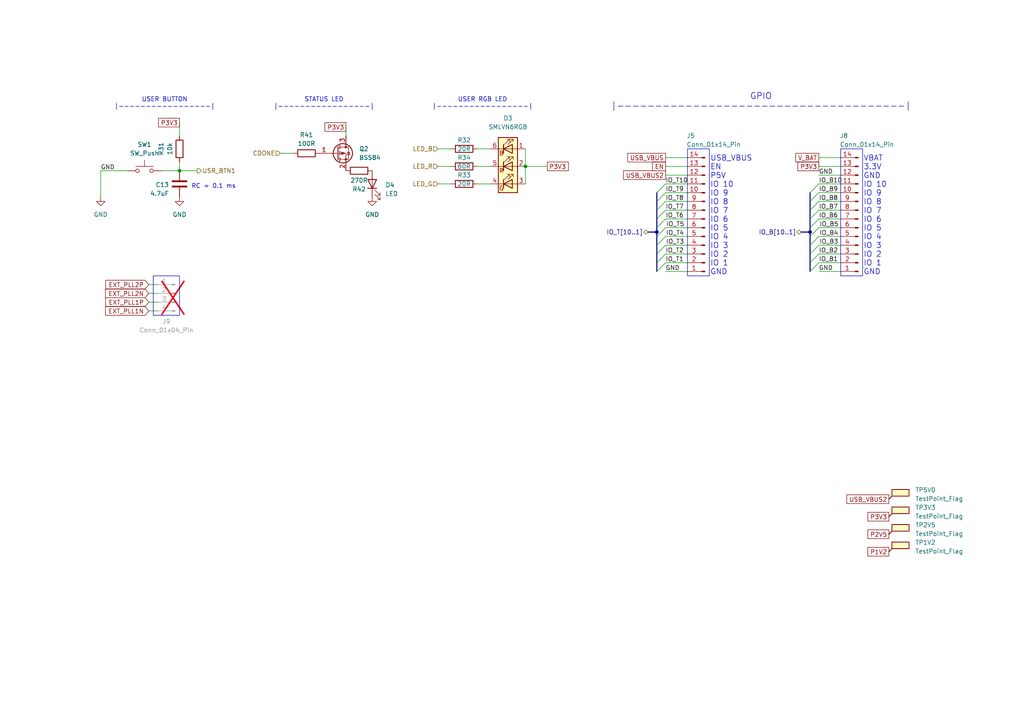
<source format=kicad_sch>
(kicad_sch
	(version 20250114)
	(generator "eeschema")
	(generator_version "9.0")
	(uuid "ea17bab2-8246-4b5e-a3c4-c4c0551d9129")
	(paper "A4")
	(lib_symbols
		(symbol "Connector:Conn_01x04_Pin"
			(pin_names
				(offset 1.016)
				(hide yes)
			)
			(exclude_from_sim no)
			(in_bom yes)
			(on_board yes)
			(property "Reference" "J"
				(at 0 5.08 0)
				(effects
					(font
						(size 1.27 1.27)
					)
				)
			)
			(property "Value" "Conn_01x04_Pin"
				(at 0 -7.62 0)
				(effects
					(font
						(size 1.27 1.27)
					)
				)
			)
			(property "Footprint" ""
				(at 0 0 0)
				(effects
					(font
						(size 1.27 1.27)
					)
					(hide yes)
				)
			)
			(property "Datasheet" "~"
				(at 0 0 0)
				(effects
					(font
						(size 1.27 1.27)
					)
					(hide yes)
				)
			)
			(property "Description" "Generic connector, single row, 01x04, script generated"
				(at 0 0 0)
				(effects
					(font
						(size 1.27 1.27)
					)
					(hide yes)
				)
			)
			(property "ki_locked" ""
				(at 0 0 0)
				(effects
					(font
						(size 1.27 1.27)
					)
				)
			)
			(property "ki_keywords" "connector"
				(at 0 0 0)
				(effects
					(font
						(size 1.27 1.27)
					)
					(hide yes)
				)
			)
			(property "ki_fp_filters" "Connector*:*_1x??_*"
				(at 0 0 0)
				(effects
					(font
						(size 1.27 1.27)
					)
					(hide yes)
				)
			)
			(symbol "Conn_01x04_Pin_1_1"
				(rectangle
					(start 0.8636 2.667)
					(end 0 2.413)
					(stroke
						(width 0.1524)
						(type default)
					)
					(fill
						(type outline)
					)
				)
				(rectangle
					(start 0.8636 0.127)
					(end 0 -0.127)
					(stroke
						(width 0.1524)
						(type default)
					)
					(fill
						(type outline)
					)
				)
				(rectangle
					(start 0.8636 -2.413)
					(end 0 -2.667)
					(stroke
						(width 0.1524)
						(type default)
					)
					(fill
						(type outline)
					)
				)
				(rectangle
					(start 0.8636 -4.953)
					(end 0 -5.207)
					(stroke
						(width 0.1524)
						(type default)
					)
					(fill
						(type outline)
					)
				)
				(polyline
					(pts
						(xy 1.27 2.54) (xy 0.8636 2.54)
					)
					(stroke
						(width 0.1524)
						(type default)
					)
					(fill
						(type none)
					)
				)
				(polyline
					(pts
						(xy 1.27 0) (xy 0.8636 0)
					)
					(stroke
						(width 0.1524)
						(type default)
					)
					(fill
						(type none)
					)
				)
				(polyline
					(pts
						(xy 1.27 -2.54) (xy 0.8636 -2.54)
					)
					(stroke
						(width 0.1524)
						(type default)
					)
					(fill
						(type none)
					)
				)
				(polyline
					(pts
						(xy 1.27 -5.08) (xy 0.8636 -5.08)
					)
					(stroke
						(width 0.1524)
						(type default)
					)
					(fill
						(type none)
					)
				)
				(pin passive line
					(at 5.08 2.54 180)
					(length 3.81)
					(name "Pin_1"
						(effects
							(font
								(size 1.27 1.27)
							)
						)
					)
					(number "1"
						(effects
							(font
								(size 1.27 1.27)
							)
						)
					)
				)
				(pin passive line
					(at 5.08 0 180)
					(length 3.81)
					(name "Pin_2"
						(effects
							(font
								(size 1.27 1.27)
							)
						)
					)
					(number "2"
						(effects
							(font
								(size 1.27 1.27)
							)
						)
					)
				)
				(pin passive line
					(at 5.08 -2.54 180)
					(length 3.81)
					(name "Pin_3"
						(effects
							(font
								(size 1.27 1.27)
							)
						)
					)
					(number "3"
						(effects
							(font
								(size 1.27 1.27)
							)
						)
					)
				)
				(pin passive line
					(at 5.08 -5.08 180)
					(length 3.81)
					(name "Pin_4"
						(effects
							(font
								(size 1.27 1.27)
							)
						)
					)
					(number "4"
						(effects
							(font
								(size 1.27 1.27)
							)
						)
					)
				)
			)
			(embedded_fonts no)
		)
		(symbol "Connector:Conn_01x14_Pin"
			(pin_names
				(offset 1.016)
				(hide yes)
			)
			(exclude_from_sim no)
			(in_bom yes)
			(on_board yes)
			(property "Reference" "J"
				(at 0 17.78 0)
				(effects
					(font
						(size 1.27 1.27)
					)
				)
			)
			(property "Value" "Conn_01x14_Pin"
				(at 0 -20.32 0)
				(effects
					(font
						(size 1.27 1.27)
					)
				)
			)
			(property "Footprint" ""
				(at 0 0 0)
				(effects
					(font
						(size 1.27 1.27)
					)
					(hide yes)
				)
			)
			(property "Datasheet" "~"
				(at 0 0 0)
				(effects
					(font
						(size 1.27 1.27)
					)
					(hide yes)
				)
			)
			(property "Description" "Generic connector, single row, 01x14, script generated"
				(at 0 0 0)
				(effects
					(font
						(size 1.27 1.27)
					)
					(hide yes)
				)
			)
			(property "ki_locked" ""
				(at 0 0 0)
				(effects
					(font
						(size 1.27 1.27)
					)
				)
			)
			(property "ki_keywords" "connector"
				(at 0 0 0)
				(effects
					(font
						(size 1.27 1.27)
					)
					(hide yes)
				)
			)
			(property "ki_fp_filters" "Connector*:*_1x??_*"
				(at 0 0 0)
				(effects
					(font
						(size 1.27 1.27)
					)
					(hide yes)
				)
			)
			(symbol "Conn_01x14_Pin_1_1"
				(rectangle
					(start 0.8636 15.367)
					(end 0 15.113)
					(stroke
						(width 0.1524)
						(type default)
					)
					(fill
						(type outline)
					)
				)
				(rectangle
					(start 0.8636 12.827)
					(end 0 12.573)
					(stroke
						(width 0.1524)
						(type default)
					)
					(fill
						(type outline)
					)
				)
				(rectangle
					(start 0.8636 10.287)
					(end 0 10.033)
					(stroke
						(width 0.1524)
						(type default)
					)
					(fill
						(type outline)
					)
				)
				(rectangle
					(start 0.8636 7.747)
					(end 0 7.493)
					(stroke
						(width 0.1524)
						(type default)
					)
					(fill
						(type outline)
					)
				)
				(rectangle
					(start 0.8636 5.207)
					(end 0 4.953)
					(stroke
						(width 0.1524)
						(type default)
					)
					(fill
						(type outline)
					)
				)
				(rectangle
					(start 0.8636 2.667)
					(end 0 2.413)
					(stroke
						(width 0.1524)
						(type default)
					)
					(fill
						(type outline)
					)
				)
				(rectangle
					(start 0.8636 0.127)
					(end 0 -0.127)
					(stroke
						(width 0.1524)
						(type default)
					)
					(fill
						(type outline)
					)
				)
				(rectangle
					(start 0.8636 -2.413)
					(end 0 -2.667)
					(stroke
						(width 0.1524)
						(type default)
					)
					(fill
						(type outline)
					)
				)
				(rectangle
					(start 0.8636 -4.953)
					(end 0 -5.207)
					(stroke
						(width 0.1524)
						(type default)
					)
					(fill
						(type outline)
					)
				)
				(rectangle
					(start 0.8636 -7.493)
					(end 0 -7.747)
					(stroke
						(width 0.1524)
						(type default)
					)
					(fill
						(type outline)
					)
				)
				(rectangle
					(start 0.8636 -10.033)
					(end 0 -10.287)
					(stroke
						(width 0.1524)
						(type default)
					)
					(fill
						(type outline)
					)
				)
				(rectangle
					(start 0.8636 -12.573)
					(end 0 -12.827)
					(stroke
						(width 0.1524)
						(type default)
					)
					(fill
						(type outline)
					)
				)
				(rectangle
					(start 0.8636 -15.113)
					(end 0 -15.367)
					(stroke
						(width 0.1524)
						(type default)
					)
					(fill
						(type outline)
					)
				)
				(rectangle
					(start 0.8636 -17.653)
					(end 0 -17.907)
					(stroke
						(width 0.1524)
						(type default)
					)
					(fill
						(type outline)
					)
				)
				(polyline
					(pts
						(xy 1.27 15.24) (xy 0.8636 15.24)
					)
					(stroke
						(width 0.1524)
						(type default)
					)
					(fill
						(type none)
					)
				)
				(polyline
					(pts
						(xy 1.27 12.7) (xy 0.8636 12.7)
					)
					(stroke
						(width 0.1524)
						(type default)
					)
					(fill
						(type none)
					)
				)
				(polyline
					(pts
						(xy 1.27 10.16) (xy 0.8636 10.16)
					)
					(stroke
						(width 0.1524)
						(type default)
					)
					(fill
						(type none)
					)
				)
				(polyline
					(pts
						(xy 1.27 7.62) (xy 0.8636 7.62)
					)
					(stroke
						(width 0.1524)
						(type default)
					)
					(fill
						(type none)
					)
				)
				(polyline
					(pts
						(xy 1.27 5.08) (xy 0.8636 5.08)
					)
					(stroke
						(width 0.1524)
						(type default)
					)
					(fill
						(type none)
					)
				)
				(polyline
					(pts
						(xy 1.27 2.54) (xy 0.8636 2.54)
					)
					(stroke
						(width 0.1524)
						(type default)
					)
					(fill
						(type none)
					)
				)
				(polyline
					(pts
						(xy 1.27 0) (xy 0.8636 0)
					)
					(stroke
						(width 0.1524)
						(type default)
					)
					(fill
						(type none)
					)
				)
				(polyline
					(pts
						(xy 1.27 -2.54) (xy 0.8636 -2.54)
					)
					(stroke
						(width 0.1524)
						(type default)
					)
					(fill
						(type none)
					)
				)
				(polyline
					(pts
						(xy 1.27 -5.08) (xy 0.8636 -5.08)
					)
					(stroke
						(width 0.1524)
						(type default)
					)
					(fill
						(type none)
					)
				)
				(polyline
					(pts
						(xy 1.27 -7.62) (xy 0.8636 -7.62)
					)
					(stroke
						(width 0.1524)
						(type default)
					)
					(fill
						(type none)
					)
				)
				(polyline
					(pts
						(xy 1.27 -10.16) (xy 0.8636 -10.16)
					)
					(stroke
						(width 0.1524)
						(type default)
					)
					(fill
						(type none)
					)
				)
				(polyline
					(pts
						(xy 1.27 -12.7) (xy 0.8636 -12.7)
					)
					(stroke
						(width 0.1524)
						(type default)
					)
					(fill
						(type none)
					)
				)
				(polyline
					(pts
						(xy 1.27 -15.24) (xy 0.8636 -15.24)
					)
					(stroke
						(width 0.1524)
						(type default)
					)
					(fill
						(type none)
					)
				)
				(polyline
					(pts
						(xy 1.27 -17.78) (xy 0.8636 -17.78)
					)
					(stroke
						(width 0.1524)
						(type default)
					)
					(fill
						(type none)
					)
				)
				(pin passive line
					(at 5.08 15.24 180)
					(length 3.81)
					(name "Pin_1"
						(effects
							(font
								(size 1.27 1.27)
							)
						)
					)
					(number "1"
						(effects
							(font
								(size 1.27 1.27)
							)
						)
					)
				)
				(pin passive line
					(at 5.08 12.7 180)
					(length 3.81)
					(name "Pin_2"
						(effects
							(font
								(size 1.27 1.27)
							)
						)
					)
					(number "2"
						(effects
							(font
								(size 1.27 1.27)
							)
						)
					)
				)
				(pin passive line
					(at 5.08 10.16 180)
					(length 3.81)
					(name "Pin_3"
						(effects
							(font
								(size 1.27 1.27)
							)
						)
					)
					(number "3"
						(effects
							(font
								(size 1.27 1.27)
							)
						)
					)
				)
				(pin passive line
					(at 5.08 7.62 180)
					(length 3.81)
					(name "Pin_4"
						(effects
							(font
								(size 1.27 1.27)
							)
						)
					)
					(number "4"
						(effects
							(font
								(size 1.27 1.27)
							)
						)
					)
				)
				(pin passive line
					(at 5.08 5.08 180)
					(length 3.81)
					(name "Pin_5"
						(effects
							(font
								(size 1.27 1.27)
							)
						)
					)
					(number "5"
						(effects
							(font
								(size 1.27 1.27)
							)
						)
					)
				)
				(pin passive line
					(at 5.08 2.54 180)
					(length 3.81)
					(name "Pin_6"
						(effects
							(font
								(size 1.27 1.27)
							)
						)
					)
					(number "6"
						(effects
							(font
								(size 1.27 1.27)
							)
						)
					)
				)
				(pin passive line
					(at 5.08 0 180)
					(length 3.81)
					(name "Pin_7"
						(effects
							(font
								(size 1.27 1.27)
							)
						)
					)
					(number "7"
						(effects
							(font
								(size 1.27 1.27)
							)
						)
					)
				)
				(pin passive line
					(at 5.08 -2.54 180)
					(length 3.81)
					(name "Pin_8"
						(effects
							(font
								(size 1.27 1.27)
							)
						)
					)
					(number "8"
						(effects
							(font
								(size 1.27 1.27)
							)
						)
					)
				)
				(pin passive line
					(at 5.08 -5.08 180)
					(length 3.81)
					(name "Pin_9"
						(effects
							(font
								(size 1.27 1.27)
							)
						)
					)
					(number "9"
						(effects
							(font
								(size 1.27 1.27)
							)
						)
					)
				)
				(pin passive line
					(at 5.08 -7.62 180)
					(length 3.81)
					(name "Pin_10"
						(effects
							(font
								(size 1.27 1.27)
							)
						)
					)
					(number "10"
						(effects
							(font
								(size 1.27 1.27)
							)
						)
					)
				)
				(pin passive line
					(at 5.08 -10.16 180)
					(length 3.81)
					(name "Pin_11"
						(effects
							(font
								(size 1.27 1.27)
							)
						)
					)
					(number "11"
						(effects
							(font
								(size 1.27 1.27)
							)
						)
					)
				)
				(pin passive line
					(at 5.08 -12.7 180)
					(length 3.81)
					(name "Pin_12"
						(effects
							(font
								(size 1.27 1.27)
							)
						)
					)
					(number "12"
						(effects
							(font
								(size 1.27 1.27)
							)
						)
					)
				)
				(pin passive line
					(at 5.08 -15.24 180)
					(length 3.81)
					(name "Pin_13"
						(effects
							(font
								(size 1.27 1.27)
							)
						)
					)
					(number "13"
						(effects
							(font
								(size 1.27 1.27)
							)
						)
					)
				)
				(pin passive line
					(at 5.08 -17.78 180)
					(length 3.81)
					(name "Pin_14"
						(effects
							(font
								(size 1.27 1.27)
							)
						)
					)
					(number "14"
						(effects
							(font
								(size 1.27 1.27)
							)
						)
					)
				)
			)
			(embedded_fonts no)
		)
		(symbol "Connector:TestPoint_Flag"
			(pin_numbers
				(hide yes)
			)
			(pin_names
				(offset 0.762)
				(hide yes)
			)
			(exclude_from_sim no)
			(in_bom yes)
			(on_board yes)
			(property "Reference" "TP"
				(at 3.429 1.778 0)
				(effects
					(font
						(size 1.27 1.27)
					)
				)
			)
			(property "Value" "TestPoint_Flag"
				(at 3.302 4.191 0)
				(effects
					(font
						(size 1.27 1.27)
					)
				)
			)
			(property "Footprint" ""
				(at 5.08 0 0)
				(effects
					(font
						(size 1.27 1.27)
					)
					(hide yes)
				)
			)
			(property "Datasheet" "~"
				(at 5.08 0 0)
				(effects
					(font
						(size 1.27 1.27)
					)
					(hide yes)
				)
			)
			(property "Description" "test point (alternative flag-style design)"
				(at 0 0 0)
				(effects
					(font
						(size 1.27 1.27)
					)
					(hide yes)
				)
			)
			(property "ki_keywords" "test point tp"
				(at 0 0 0)
				(effects
					(font
						(size 1.27 1.27)
					)
					(hide yes)
				)
			)
			(property "ki_fp_filters" "Pin* Test*"
				(at 0 0 0)
				(effects
					(font
						(size 1.27 1.27)
					)
					(hide yes)
				)
			)
			(symbol "TestPoint_Flag_0_1"
				(polyline
					(pts
						(xy 0 0) (xy 0.889 0.889)
					)
					(stroke
						(width 0.254)
						(type default)
					)
					(fill
						(type none)
					)
				)
				(rectangle
					(start 0.889 2.794)
					(end 5.842 0.889)
					(stroke
						(width 0.254)
						(type default)
					)
					(fill
						(type background)
					)
				)
			)
			(symbol "TestPoint_Flag_1_1"
				(pin passive line
					(at 0 0 90)
					(length 0)
					(name "1"
						(effects
							(font
								(size 1.27 1.27)
							)
						)
					)
					(number "1"
						(effects
							(font
								(size 1.27 1.27)
							)
						)
					)
				)
			)
			(embedded_fonts no)
		)
		(symbol "Device:C"
			(pin_numbers
				(hide yes)
			)
			(pin_names
				(offset 0.254)
			)
			(exclude_from_sim no)
			(in_bom yes)
			(on_board yes)
			(property "Reference" "C"
				(at 0.635 2.54 0)
				(effects
					(font
						(size 1.27 1.27)
					)
					(justify left)
				)
			)
			(property "Value" "C"
				(at 0.635 -2.54 0)
				(effects
					(font
						(size 1.27 1.27)
					)
					(justify left)
				)
			)
			(property "Footprint" ""
				(at 0.9652 -3.81 0)
				(effects
					(font
						(size 1.27 1.27)
					)
					(hide yes)
				)
			)
			(property "Datasheet" "~"
				(at 0 0 0)
				(effects
					(font
						(size 1.27 1.27)
					)
					(hide yes)
				)
			)
			(property "Description" "Unpolarized capacitor"
				(at 0 0 0)
				(effects
					(font
						(size 1.27 1.27)
					)
					(hide yes)
				)
			)
			(property "ki_keywords" "cap capacitor"
				(at 0 0 0)
				(effects
					(font
						(size 1.27 1.27)
					)
					(hide yes)
				)
			)
			(property "ki_fp_filters" "C_*"
				(at 0 0 0)
				(effects
					(font
						(size 1.27 1.27)
					)
					(hide yes)
				)
			)
			(symbol "C_0_1"
				(polyline
					(pts
						(xy -2.032 0.762) (xy 2.032 0.762)
					)
					(stroke
						(width 0.508)
						(type default)
					)
					(fill
						(type none)
					)
				)
				(polyline
					(pts
						(xy -2.032 -0.762) (xy 2.032 -0.762)
					)
					(stroke
						(width 0.508)
						(type default)
					)
					(fill
						(type none)
					)
				)
			)
			(symbol "C_1_1"
				(pin passive line
					(at 0 3.81 270)
					(length 2.794)
					(name "~"
						(effects
							(font
								(size 1.27 1.27)
							)
						)
					)
					(number "1"
						(effects
							(font
								(size 1.27 1.27)
							)
						)
					)
				)
				(pin passive line
					(at 0 -3.81 90)
					(length 2.794)
					(name "~"
						(effects
							(font
								(size 1.27 1.27)
							)
						)
					)
					(number "2"
						(effects
							(font
								(size 1.27 1.27)
							)
						)
					)
				)
			)
			(embedded_fonts no)
		)
		(symbol "Device:LED"
			(pin_numbers
				(hide yes)
			)
			(pin_names
				(offset 1.016)
				(hide yes)
			)
			(exclude_from_sim no)
			(in_bom yes)
			(on_board yes)
			(property "Reference" "D"
				(at 0 2.54 0)
				(effects
					(font
						(size 1.27 1.27)
					)
				)
			)
			(property "Value" "LED"
				(at 0 -2.54 0)
				(effects
					(font
						(size 1.27 1.27)
					)
				)
			)
			(property "Footprint" ""
				(at 0 0 0)
				(effects
					(font
						(size 1.27 1.27)
					)
					(hide yes)
				)
			)
			(property "Datasheet" "~"
				(at 0 0 0)
				(effects
					(font
						(size 1.27 1.27)
					)
					(hide yes)
				)
			)
			(property "Description" "Light emitting diode"
				(at 0 0 0)
				(effects
					(font
						(size 1.27 1.27)
					)
					(hide yes)
				)
			)
			(property "Sim.Pins" "1=K 2=A"
				(at 0 0 0)
				(effects
					(font
						(size 1.27 1.27)
					)
					(hide yes)
				)
			)
			(property "ki_keywords" "LED diode"
				(at 0 0 0)
				(effects
					(font
						(size 1.27 1.27)
					)
					(hide yes)
				)
			)
			(property "ki_fp_filters" "LED* LED_SMD:* LED_THT:*"
				(at 0 0 0)
				(effects
					(font
						(size 1.27 1.27)
					)
					(hide yes)
				)
			)
			(symbol "LED_0_1"
				(polyline
					(pts
						(xy -3.048 -0.762) (xy -4.572 -2.286) (xy -3.81 -2.286) (xy -4.572 -2.286) (xy -4.572 -1.524)
					)
					(stroke
						(width 0)
						(type default)
					)
					(fill
						(type none)
					)
				)
				(polyline
					(pts
						(xy -1.778 -0.762) (xy -3.302 -2.286) (xy -2.54 -2.286) (xy -3.302 -2.286) (xy -3.302 -1.524)
					)
					(stroke
						(width 0)
						(type default)
					)
					(fill
						(type none)
					)
				)
				(polyline
					(pts
						(xy -1.27 0) (xy 1.27 0)
					)
					(stroke
						(width 0)
						(type default)
					)
					(fill
						(type none)
					)
				)
				(polyline
					(pts
						(xy -1.27 -1.27) (xy -1.27 1.27)
					)
					(stroke
						(width 0.254)
						(type default)
					)
					(fill
						(type none)
					)
				)
				(polyline
					(pts
						(xy 1.27 -1.27) (xy 1.27 1.27) (xy -1.27 0) (xy 1.27 -1.27)
					)
					(stroke
						(width 0.254)
						(type default)
					)
					(fill
						(type none)
					)
				)
			)
			(symbol "LED_1_1"
				(pin passive line
					(at -3.81 0 0)
					(length 2.54)
					(name "K"
						(effects
							(font
								(size 1.27 1.27)
							)
						)
					)
					(number "1"
						(effects
							(font
								(size 1.27 1.27)
							)
						)
					)
				)
				(pin passive line
					(at 3.81 0 180)
					(length 2.54)
					(name "A"
						(effects
							(font
								(size 1.27 1.27)
							)
						)
					)
					(number "2"
						(effects
							(font
								(size 1.27 1.27)
							)
						)
					)
				)
			)
			(embedded_fonts no)
		)
		(symbol "Device:R"
			(pin_numbers
				(hide yes)
			)
			(pin_names
				(offset 0)
			)
			(exclude_from_sim no)
			(in_bom yes)
			(on_board yes)
			(property "Reference" "R"
				(at 2.032 0 90)
				(effects
					(font
						(size 1.27 1.27)
					)
				)
			)
			(property "Value" "R"
				(at 0 0 90)
				(effects
					(font
						(size 1.27 1.27)
					)
				)
			)
			(property "Footprint" ""
				(at -1.778 0 90)
				(effects
					(font
						(size 1.27 1.27)
					)
					(hide yes)
				)
			)
			(property "Datasheet" "~"
				(at 0 0 0)
				(effects
					(font
						(size 1.27 1.27)
					)
					(hide yes)
				)
			)
			(property "Description" "Resistor"
				(at 0 0 0)
				(effects
					(font
						(size 1.27 1.27)
					)
					(hide yes)
				)
			)
			(property "ki_keywords" "R res resistor"
				(at 0 0 0)
				(effects
					(font
						(size 1.27 1.27)
					)
					(hide yes)
				)
			)
			(property "ki_fp_filters" "R_*"
				(at 0 0 0)
				(effects
					(font
						(size 1.27 1.27)
					)
					(hide yes)
				)
			)
			(symbol "R_0_1"
				(rectangle
					(start -1.016 -2.54)
					(end 1.016 2.54)
					(stroke
						(width 0.254)
						(type default)
					)
					(fill
						(type none)
					)
				)
			)
			(symbol "R_1_1"
				(pin passive line
					(at 0 3.81 270)
					(length 1.27)
					(name "~"
						(effects
							(font
								(size 1.27 1.27)
							)
						)
					)
					(number "1"
						(effects
							(font
								(size 1.27 1.27)
							)
						)
					)
				)
				(pin passive line
					(at 0 -3.81 90)
					(length 1.27)
					(name "~"
						(effects
							(font
								(size 1.27 1.27)
							)
						)
					)
					(number "2"
						(effects
							(font
								(size 1.27 1.27)
							)
						)
					)
				)
			)
			(embedded_fonts no)
		)
		(symbol "LED:SMLVN6RGB"
			(pin_names
				(offset 0)
				(hide yes)
			)
			(exclude_from_sim no)
			(in_bom yes)
			(on_board yes)
			(property "Reference" "D"
				(at 0 12.7 0)
				(effects
					(font
						(size 1.27 1.27)
					)
				)
			)
			(property "Value" "SMLVN6RGB"
				(at 0 10.16 0)
				(effects
					(font
						(size 1.27 1.27)
					)
				)
			)
			(property "Footprint" "LED_SMD:LED_ROHM_SMLVN6"
				(at 0 -8.89 0)
				(effects
					(font
						(size 1.27 1.27)
					)
					(hide yes)
				)
			)
			(property "Datasheet" "https://www.rohm.com/datasheet/SMLVN6RGB1U"
				(at 0 -1.27 0)
				(effects
					(font
						(size 1.27 1.27)
					)
					(hide yes)
				)
			)
			(property "Description" "High Brightness Tri-Color LED, RGB, 3.5x2.8mm"
				(at 0 0 0)
				(effects
					(font
						(size 1.27 1.27)
					)
					(hide yes)
				)
			)
			(property "ki_keywords" "LED RGB Diode"
				(at 0 0 0)
				(effects
					(font
						(size 1.27 1.27)
					)
					(hide yes)
				)
			)
			(property "ki_fp_filters" "LED*ROHM*SMLVN6*"
				(at 0 0 0)
				(effects
					(font
						(size 1.27 1.27)
					)
					(hide yes)
				)
			)
			(symbol "SMLVN6RGB_0_0"
				(text "B"
					(at 1.905 3.81 0)
					(effects
						(font
							(size 1.27 1.27)
						)
					)
				)
				(text "R"
					(at 1.905 -1.27 0)
					(effects
						(font
							(size 1.27 1.27)
						)
					)
				)
				(text "G"
					(at 1.905 -6.35 0)
					(effects
						(font
							(size 1.27 1.27)
						)
					)
				)
			)
			(symbol "SMLVN6RGB_0_1"
				(rectangle
					(start -2.794 8.382)
					(end 2.794 -7.62)
					(stroke
						(width 0.254)
						(type default)
					)
					(fill
						(type background)
					)
				)
				(rectangle
					(start -1.27 6.35)
					(end -1.27 6.35)
					(stroke
						(width 0)
						(type default)
					)
					(fill
						(type none)
					)
				)
				(polyline
					(pts
						(xy -1.27 6.35) (xy -1.27 3.81) (xy 1.27 5.08) (xy -1.27 6.35)
					)
					(stroke
						(width 0.254)
						(type default)
					)
					(fill
						(type none)
					)
				)
				(polyline
					(pts
						(xy -1.27 5.08) (xy -2.54 5.08)
					)
					(stroke
						(width 0)
						(type default)
					)
					(fill
						(type none)
					)
				)
				(rectangle
					(start -1.27 3.81)
					(end -1.27 6.35)
					(stroke
						(width 0)
						(type default)
					)
					(fill
						(type none)
					)
				)
				(rectangle
					(start -1.27 1.27)
					(end -1.27 1.27)
					(stroke
						(width 0)
						(type default)
					)
					(fill
						(type none)
					)
				)
				(polyline
					(pts
						(xy -1.27 1.27) (xy -1.27 -1.27) (xy 1.27 0) (xy -1.27 1.27)
					)
					(stroke
						(width 0.254)
						(type default)
					)
					(fill
						(type none)
					)
				)
				(polyline
					(pts
						(xy -1.27 0) (xy -2.54 0)
					)
					(stroke
						(width 0)
						(type default)
					)
					(fill
						(type none)
					)
				)
				(polyline
					(pts
						(xy -1.27 0) (xy 1.27 0)
					)
					(stroke
						(width 0)
						(type default)
					)
					(fill
						(type none)
					)
				)
				(rectangle
					(start -1.27 -1.27)
					(end -1.27 1.27)
					(stroke
						(width 0)
						(type default)
					)
					(fill
						(type none)
					)
				)
				(polyline
					(pts
						(xy -1.27 -3.81) (xy -1.27 -6.35) (xy 1.27 -5.08) (xy -1.27 -3.81)
					)
					(stroke
						(width 0.254)
						(type default)
					)
					(fill
						(type none)
					)
				)
				(polyline
					(pts
						(xy -1.27 -5.08) (xy -2.54 -5.08)
					)
					(stroke
						(width 0)
						(type default)
					)
					(fill
						(type none)
					)
				)
				(polyline
					(pts
						(xy 0 6.35) (xy -1.524 7.874) (xy -0.762 7.874) (xy -1.524 7.874) (xy -1.524 7.112)
					)
					(stroke
						(width 0)
						(type default)
					)
					(fill
						(type none)
					)
				)
				(polyline
					(pts
						(xy 0 1.27) (xy -1.524 2.794) (xy -0.762 2.794) (xy -1.524 2.794) (xy -1.524 2.032)
					)
					(stroke
						(width 0)
						(type default)
					)
					(fill
						(type none)
					)
				)
				(polyline
					(pts
						(xy 0 -3.81) (xy -1.524 -2.286) (xy -0.762 -2.286) (xy -1.524 -2.286) (xy -1.524 -3.048)
					)
					(stroke
						(width 0)
						(type default)
					)
					(fill
						(type none)
					)
				)
				(polyline
					(pts
						(xy 1.016 6.35) (xy -0.508 7.874) (xy 0.254 7.874) (xy -0.508 7.874) (xy -0.508 7.112)
					)
					(stroke
						(width 0)
						(type default)
					)
					(fill
						(type none)
					)
				)
				(polyline
					(pts
						(xy 1.016 1.27) (xy -0.508 2.794) (xy 0.254 2.794) (xy -0.508 2.794) (xy -0.508 2.032)
					)
					(stroke
						(width 0)
						(type default)
					)
					(fill
						(type none)
					)
				)
				(polyline
					(pts
						(xy 1.016 -3.81) (xy -0.508 -2.286) (xy 0.254 -2.286) (xy -0.508 -2.286) (xy -0.508 -3.048)
					)
					(stroke
						(width 0)
						(type default)
					)
					(fill
						(type none)
					)
				)
				(polyline
					(pts
						(xy 1.27 6.35) (xy 1.27 3.81)
					)
					(stroke
						(width 0.254)
						(type default)
					)
					(fill
						(type none)
					)
				)
				(polyline
					(pts
						(xy 1.27 6.35) (xy 1.27 3.81) (xy 1.27 3.81)
					)
					(stroke
						(width 0)
						(type default)
					)
					(fill
						(type none)
					)
				)
				(polyline
					(pts
						(xy 1.27 5.08) (xy -1.27 5.08)
					)
					(stroke
						(width 0)
						(type default)
					)
					(fill
						(type none)
					)
				)
				(polyline
					(pts
						(xy 1.27 5.08) (xy 2.54 5.08)
					)
					(stroke
						(width 0)
						(type default)
					)
					(fill
						(type none)
					)
				)
				(polyline
					(pts
						(xy 1.27 1.27) (xy 1.27 -1.27)
					)
					(stroke
						(width 0.254)
						(type default)
					)
					(fill
						(type none)
					)
				)
				(polyline
					(pts
						(xy 1.27 1.27) (xy 1.27 -1.27) (xy 1.27 -1.27)
					)
					(stroke
						(width 0)
						(type default)
					)
					(fill
						(type none)
					)
				)
				(polyline
					(pts
						(xy 1.27 0) (xy 2.54 0)
					)
					(stroke
						(width 0)
						(type default)
					)
					(fill
						(type none)
					)
				)
				(polyline
					(pts
						(xy 1.27 -3.81) (xy 1.27 -6.35)
					)
					(stroke
						(width 0.254)
						(type default)
					)
					(fill
						(type none)
					)
				)
				(polyline
					(pts
						(xy 1.27 -5.08) (xy -1.27 -5.08)
					)
					(stroke
						(width 0)
						(type default)
					)
					(fill
						(type none)
					)
				)
				(polyline
					(pts
						(xy 1.27 -5.08) (xy 2.54 -5.08)
					)
					(stroke
						(width 0)
						(type default)
					)
					(fill
						(type none)
					)
				)
			)
			(symbol "SMLVN6RGB_1_1"
				(pin passive line
					(at -5.08 5.08 0)
					(length 2.54)
					(name "BA"
						(effects
							(font
								(size 1.27 1.27)
							)
						)
					)
					(number "1"
						(effects
							(font
								(size 1.27 1.27)
							)
						)
					)
				)
				(pin passive line
					(at -5.08 0 0)
					(length 2.54)
					(name "RA"
						(effects
							(font
								(size 1.27 1.27)
							)
						)
					)
					(number "2"
						(effects
							(font
								(size 1.27 1.27)
							)
						)
					)
				)
				(pin passive line
					(at -5.08 -5.08 0)
					(length 2.54)
					(name "GA"
						(effects
							(font
								(size 1.27 1.27)
							)
						)
					)
					(number "3"
						(effects
							(font
								(size 1.27 1.27)
							)
						)
					)
				)
				(pin passive line
					(at 5.08 5.08 180)
					(length 2.54)
					(name "BK"
						(effects
							(font
								(size 1.27 1.27)
							)
						)
					)
					(number "6"
						(effects
							(font
								(size 1.27 1.27)
							)
						)
					)
				)
				(pin passive line
					(at 5.08 0 180)
					(length 2.54)
					(name "RK"
						(effects
							(font
								(size 1.27 1.27)
							)
						)
					)
					(number "5"
						(effects
							(font
								(size 1.27 1.27)
							)
						)
					)
				)
				(pin passive line
					(at 5.08 -5.08 180)
					(length 2.54)
					(name "GK"
						(effects
							(font
								(size 1.27 1.27)
							)
						)
					)
					(number "4"
						(effects
							(font
								(size 1.27 1.27)
							)
						)
					)
				)
			)
			(embedded_fonts no)
		)
		(symbol "Switch:SW_Push"
			(pin_numbers
				(hide yes)
			)
			(pin_names
				(offset 1.016)
				(hide yes)
			)
			(exclude_from_sim no)
			(in_bom yes)
			(on_board yes)
			(property "Reference" "SW"
				(at 1.27 2.54 0)
				(effects
					(font
						(size 1.27 1.27)
					)
					(justify left)
				)
			)
			(property "Value" "SW_Push"
				(at 0 -1.524 0)
				(effects
					(font
						(size 1.27 1.27)
					)
				)
			)
			(property "Footprint" ""
				(at 0 5.08 0)
				(effects
					(font
						(size 1.27 1.27)
					)
					(hide yes)
				)
			)
			(property "Datasheet" "~"
				(at 0 5.08 0)
				(effects
					(font
						(size 1.27 1.27)
					)
					(hide yes)
				)
			)
			(property "Description" "Push button switch, generic, two pins"
				(at 0 0 0)
				(effects
					(font
						(size 1.27 1.27)
					)
					(hide yes)
				)
			)
			(property "ki_keywords" "switch normally-open pushbutton push-button"
				(at 0 0 0)
				(effects
					(font
						(size 1.27 1.27)
					)
					(hide yes)
				)
			)
			(symbol "SW_Push_0_1"
				(circle
					(center -2.032 0)
					(radius 0.508)
					(stroke
						(width 0)
						(type default)
					)
					(fill
						(type none)
					)
				)
				(polyline
					(pts
						(xy 0 1.27) (xy 0 3.048)
					)
					(stroke
						(width 0)
						(type default)
					)
					(fill
						(type none)
					)
				)
				(circle
					(center 2.032 0)
					(radius 0.508)
					(stroke
						(width 0)
						(type default)
					)
					(fill
						(type none)
					)
				)
				(polyline
					(pts
						(xy 2.54 1.27) (xy -2.54 1.27)
					)
					(stroke
						(width 0)
						(type default)
					)
					(fill
						(type none)
					)
				)
				(pin passive line
					(at -5.08 0 0)
					(length 2.54)
					(name "1"
						(effects
							(font
								(size 1.27 1.27)
							)
						)
					)
					(number "1"
						(effects
							(font
								(size 1.27 1.27)
							)
						)
					)
				)
				(pin passive line
					(at 5.08 0 180)
					(length 2.54)
					(name "2"
						(effects
							(font
								(size 1.27 1.27)
							)
						)
					)
					(number "2"
						(effects
							(font
								(size 1.27 1.27)
							)
						)
					)
				)
			)
			(embedded_fonts no)
		)
		(symbol "Transistor_FET:BSS84"
			(pin_names
				(hide yes)
			)
			(exclude_from_sim no)
			(in_bom yes)
			(on_board yes)
			(property "Reference" "Q"
				(at 5.08 1.905 0)
				(effects
					(font
						(size 1.27 1.27)
					)
					(justify left)
				)
			)
			(property "Value" "BSS84"
				(at 5.08 0 0)
				(effects
					(font
						(size 1.27 1.27)
					)
					(justify left)
				)
			)
			(property "Footprint" "Package_TO_SOT_SMD:SOT-23"
				(at 5.08 -1.905 0)
				(effects
					(font
						(size 1.27 1.27)
						(italic yes)
					)
					(justify left)
					(hide yes)
				)
			)
			(property "Datasheet" "http://assets.nexperia.com/documents/data-sheet/BSS84.pdf"
				(at 5.08 -3.81 0)
				(effects
					(font
						(size 1.27 1.27)
					)
					(justify left)
					(hide yes)
				)
			)
			(property "Description" "-0.13A Id, -50V Vds, P-Channel MOSFET, SOT-23"
				(at 0 0 0)
				(effects
					(font
						(size 1.27 1.27)
					)
					(hide yes)
				)
			)
			(property "ki_keywords" "P-Channel MOSFET"
				(at 0 0 0)
				(effects
					(font
						(size 1.27 1.27)
					)
					(hide yes)
				)
			)
			(property "ki_fp_filters" "SOT?23*"
				(at 0 0 0)
				(effects
					(font
						(size 1.27 1.27)
					)
					(hide yes)
				)
			)
			(symbol "BSS84_0_1"
				(polyline
					(pts
						(xy 0.254 1.905) (xy 0.254 -1.905)
					)
					(stroke
						(width 0.254)
						(type default)
					)
					(fill
						(type none)
					)
				)
				(polyline
					(pts
						(xy 0.254 0) (xy -2.54 0)
					)
					(stroke
						(width 0)
						(type default)
					)
					(fill
						(type none)
					)
				)
				(polyline
					(pts
						(xy 0.762 2.286) (xy 0.762 1.27)
					)
					(stroke
						(width 0.254)
						(type default)
					)
					(fill
						(type none)
					)
				)
				(polyline
					(pts
						(xy 0.762 1.778) (xy 3.302 1.778) (xy 3.302 -1.778) (xy 0.762 -1.778)
					)
					(stroke
						(width 0)
						(type default)
					)
					(fill
						(type none)
					)
				)
				(polyline
					(pts
						(xy 0.762 0.508) (xy 0.762 -0.508)
					)
					(stroke
						(width 0.254)
						(type default)
					)
					(fill
						(type none)
					)
				)
				(polyline
					(pts
						(xy 0.762 -1.27) (xy 0.762 -2.286)
					)
					(stroke
						(width 0.254)
						(type default)
					)
					(fill
						(type none)
					)
				)
				(circle
					(center 1.651 0)
					(radius 2.794)
					(stroke
						(width 0.254)
						(type default)
					)
					(fill
						(type none)
					)
				)
				(polyline
					(pts
						(xy 2.286 0) (xy 1.27 0.381) (xy 1.27 -0.381) (xy 2.286 0)
					)
					(stroke
						(width 0)
						(type default)
					)
					(fill
						(type outline)
					)
				)
				(polyline
					(pts
						(xy 2.54 2.54) (xy 2.54 1.778)
					)
					(stroke
						(width 0)
						(type default)
					)
					(fill
						(type none)
					)
				)
				(circle
					(center 2.54 1.778)
					(radius 0.254)
					(stroke
						(width 0)
						(type default)
					)
					(fill
						(type outline)
					)
				)
				(circle
					(center 2.54 -1.778)
					(radius 0.254)
					(stroke
						(width 0)
						(type default)
					)
					(fill
						(type outline)
					)
				)
				(polyline
					(pts
						(xy 2.54 -2.54) (xy 2.54 0) (xy 0.762 0)
					)
					(stroke
						(width 0)
						(type default)
					)
					(fill
						(type none)
					)
				)
				(polyline
					(pts
						(xy 2.794 -0.508) (xy 2.921 -0.381) (xy 3.683 -0.381) (xy 3.81 -0.254)
					)
					(stroke
						(width 0)
						(type default)
					)
					(fill
						(type none)
					)
				)
				(polyline
					(pts
						(xy 3.302 -0.381) (xy 2.921 0.254) (xy 3.683 0.254) (xy 3.302 -0.381)
					)
					(stroke
						(width 0)
						(type default)
					)
					(fill
						(type none)
					)
				)
			)
			(symbol "BSS84_1_1"
				(pin input line
					(at -5.08 0 0)
					(length 2.54)
					(name "G"
						(effects
							(font
								(size 1.27 1.27)
							)
						)
					)
					(number "1"
						(effects
							(font
								(size 1.27 1.27)
							)
						)
					)
				)
				(pin passive line
					(at 2.54 5.08 270)
					(length 2.54)
					(name "D"
						(effects
							(font
								(size 1.27 1.27)
							)
						)
					)
					(number "3"
						(effects
							(font
								(size 1.27 1.27)
							)
						)
					)
				)
				(pin passive line
					(at 2.54 -5.08 90)
					(length 2.54)
					(name "S"
						(effects
							(font
								(size 1.27 1.27)
							)
						)
					)
					(number "2"
						(effects
							(font
								(size 1.27 1.27)
							)
						)
					)
				)
			)
			(embedded_fonts no)
		)
		(symbol "power:GND"
			(power)
			(pin_numbers
				(hide yes)
			)
			(pin_names
				(offset 0)
				(hide yes)
			)
			(exclude_from_sim no)
			(in_bom yes)
			(on_board yes)
			(property "Reference" "#PWR"
				(at 0 -6.35 0)
				(effects
					(font
						(size 1.27 1.27)
					)
					(hide yes)
				)
			)
			(property "Value" "GND"
				(at 0 -3.81 0)
				(effects
					(font
						(size 1.27 1.27)
					)
				)
			)
			(property "Footprint" ""
				(at 0 0 0)
				(effects
					(font
						(size 1.27 1.27)
					)
					(hide yes)
				)
			)
			(property "Datasheet" ""
				(at 0 0 0)
				(effects
					(font
						(size 1.27 1.27)
					)
					(hide yes)
				)
			)
			(property "Description" "Power symbol creates a global label with name \"GND\" , ground"
				(at 0 0 0)
				(effects
					(font
						(size 1.27 1.27)
					)
					(hide yes)
				)
			)
			(property "ki_keywords" "global power"
				(at 0 0 0)
				(effects
					(font
						(size 1.27 1.27)
					)
					(hide yes)
				)
			)
			(symbol "GND_0_1"
				(polyline
					(pts
						(xy 0 0) (xy 0 -1.27) (xy 1.27 -1.27) (xy 0 -2.54) (xy -1.27 -1.27) (xy 0 -1.27)
					)
					(stroke
						(width 0)
						(type default)
					)
					(fill
						(type none)
					)
				)
			)
			(symbol "GND_1_1"
				(pin power_in line
					(at 0 0 270)
					(length 0)
					(name "~"
						(effects
							(font
								(size 1.27 1.27)
							)
						)
					)
					(number "1"
						(effects
							(font
								(size 1.27 1.27)
							)
						)
					)
				)
			)
			(embedded_fonts no)
		)
	)
	(text "USER RGB LED\n|-----------------|"
		(exclude_from_sim no)
		(at 139.954 29.972 0)
		(effects
			(font
				(size 1.27 1.27)
			)
		)
		(uuid "1ee8bcf9-83a6-446a-bb1a-209761aca78b")
	)
	(text "USER BUTTON\n|-----------------|"
		(exclude_from_sim no)
		(at 47.752 29.972 0)
		(effects
			(font
				(size 1.27 1.27)
			)
		)
		(uuid "443e022e-3933-4a71-b6b7-cece3b042032")
	)
	(text "GPIO\n|--------------------------------------|"
		(exclude_from_sim no)
		(at 220.726 29.464 0)
		(effects
			(font
				(size 1.778 1.778)
			)
		)
		(uuid "4a96fe75-92d6-4996-9f10-37d659386413")
	)
	(text "VBAT\n3.3V\nGND\nIO 10\nIO 9\nIO 8\nIO 7\nIO 6\nIO 5\nIO 4\nIO 3\nIO 2\nIO 1\nGND"
		(exclude_from_sim no)
		(at 250.444 62.484 0)
		(effects
			(font
				(size 1.5748 1.5748)
			)
			(justify left)
		)
		(uuid "59c3d11c-f9f3-460c-a1c8-c600cfc15655")
	)
	(text "RC = 0.1 ms\n"
		(exclude_from_sim no)
		(at 61.976 54.102 0)
		(effects
			(font
				(size 1.27 1.27)
			)
		)
		(uuid "6c547fa5-5b2a-44c7-9548-7452b3820b9e")
	)
	(text "USB_VBUS\nEN\nP5V\nIO 10\nIO 9\nIO 8\nIO 7\nIO 6\nIO 5\nIO 4\nIO 3\nIO 2\nIO 1\nGND"
		(exclude_from_sim no)
		(at 205.994 62.484 0)
		(effects
			(font
				(size 1.5748 1.5748)
			)
			(justify left)
		)
		(uuid "acbb2a00-2126-43c5-b27d-f1ee0db0e406")
	)
	(text "STATUS LED\n|-----------------|"
		(exclude_from_sim no)
		(at 93.98 29.972 0)
		(effects
			(font
				(size 1.27 1.27)
			)
		)
		(uuid "c99718c6-7dbc-409f-961b-365e318f3529")
	)
	(text_box ""
		(exclude_from_sim no)
		(at 199.39 43.18 0)
		(size 6.35 36.83)
		(margins 0.9525 0.9525 0.9525 0.9525)
		(stroke
			(width 0)
			(type solid)
		)
		(fill
			(type none)
		)
		(effects
			(font
				(size 1.27 1.27)
			)
			(justify left top)
		)
		(uuid "73e82db8-4f61-42d8-985b-427dd73caf59")
	)
	(text_box ""
		(exclude_from_sim no)
		(at 44.45 80.01 0)
		(size 7.62 11.43)
		(margins 0.9525 0.9525 0.9525 0.9525)
		(stroke
			(width 0)
			(type solid)
		)
		(fill
			(type none)
		)
		(effects
			(font
				(size 1.27 1.27)
			)
			(justify left top)
		)
		(uuid "81746496-d8bf-4c29-b494-ad9583d6e454")
	)
	(text_box ""
		(exclude_from_sim no)
		(at 243.84 43.18 0)
		(size 6.35 36.83)
		(margins 0.9525 0.9525 0.9525 0.9525)
		(stroke
			(width 0)
			(type solid)
		)
		(fill
			(type none)
		)
		(effects
			(font
				(size 1.27 1.27)
			)
			(justify left top)
		)
		(uuid "cdbe5fe6-1827-48a4-955a-e52b6ececcc0")
	)
	(junction
		(at 190.5 67.31)
		(diameter 0)
		(color 0 0 0 0)
		(uuid "27692093-94c0-41dc-b754-04c93f595bf8")
	)
	(junction
		(at 52.07 49.53)
		(diameter 0)
		(color 0 0 0 0)
		(uuid "68c917f1-5ea3-456e-ab68-0257ed73412b")
	)
	(junction
		(at 234.95 67.31)
		(diameter 0)
		(color 0 0 0 0)
		(uuid "8c1db1e8-0cef-4f47-a57b-3f57740f86d3")
	)
	(junction
		(at 152.4 48.26)
		(diameter 0)
		(color 0 0 0 0)
		(uuid "e9fc3f9b-5e0d-46ad-a22e-71c1ef2cd691")
	)
	(bus_entry
		(at 234.95 68.58)
		(size 2.54 -2.54)
		(stroke
			(width 0)
			(type default)
		)
		(uuid "09ffd1bf-574d-4b15-a758-c37c8b5db1d3")
	)
	(bus_entry
		(at 234.95 66.04)
		(size 2.54 -2.54)
		(stroke
			(width 0)
			(type default)
		)
		(uuid "0e4a8d60-7dc6-4f26-b0ac-126f70b86b5a")
	)
	(bus_entry
		(at 190.5 78.74)
		(size 2.54 -2.54)
		(stroke
			(width 0)
			(type default)
		)
		(uuid "377e19ca-b81d-4c91-b05d-5925a9b57365")
	)
	(bus_entry
		(at 234.95 78.74)
		(size 2.54 -2.54)
		(stroke
			(width 0)
			(type default)
		)
		(uuid "3b569b65-8308-4bdc-a369-d38bc4269a71")
	)
	(bus_entry
		(at 190.5 63.5)
		(size 2.54 -2.54)
		(stroke
			(width 0)
			(type default)
		)
		(uuid "5a25706b-0cf7-4a69-bf67-9be25e1a0b86")
	)
	(bus_entry
		(at 190.5 66.04)
		(size 2.54 -2.54)
		(stroke
			(width 0)
			(type default)
		)
		(uuid "6b085b5a-90e5-481c-9fc7-48fc9988cef9")
	)
	(bus_entry
		(at 234.95 76.2)
		(size 2.54 -2.54)
		(stroke
			(width 0)
			(type default)
		)
		(uuid "6db8a74d-6b39-4ab2-a6fc-8a77d0fb7b95")
	)
	(bus_entry
		(at 190.5 60.96)
		(size 2.54 -2.54)
		(stroke
			(width 0)
			(type default)
		)
		(uuid "83f848ac-c2a2-44b7-9845-6d3709503006")
	)
	(bus_entry
		(at 190.5 58.42)
		(size 2.54 -2.54)
		(stroke
			(width 0)
			(type default)
		)
		(uuid "8506d1bb-6b41-4f7f-891f-71b94278de7d")
	)
	(bus_entry
		(at 190.5 55.88)
		(size 2.54 -2.54)
		(stroke
			(width 0)
			(type default)
		)
		(uuid "8f0228d0-5520-4c73-91fa-470075c3579e")
	)
	(bus_entry
		(at 234.95 60.96)
		(size 2.54 -2.54)
		(stroke
			(width 0)
			(type default)
		)
		(uuid "92b6a262-2dbd-4cc6-9b9d-2751b3dcc6fd")
	)
	(bus_entry
		(at 190.5 68.58)
		(size 2.54 -2.54)
		(stroke
			(width 0)
			(type default)
		)
		(uuid "a78ff57e-53a5-4d24-895a-f78dc878f288")
	)
	(bus_entry
		(at 234.95 73.66)
		(size 2.54 -2.54)
		(stroke
			(width 0)
			(type default)
		)
		(uuid "a7be15a2-7e2f-4a2d-8f46-a48b38ce455c")
	)
	(bus_entry
		(at 190.5 71.12)
		(size 2.54 -2.54)
		(stroke
			(width 0)
			(type default)
		)
		(uuid "bbe7d6ec-a462-4765-99e6-ed94574db6d9")
	)
	(bus_entry
		(at 234.95 63.5)
		(size 2.54 -2.54)
		(stroke
			(width 0)
			(type default)
		)
		(uuid "bfcb6fe3-3606-40d0-af32-8fca9dd1d91b")
	)
	(bus_entry
		(at 234.95 71.12)
		(size 2.54 -2.54)
		(stroke
			(width 0)
			(type default)
		)
		(uuid "ce28d133-616b-4f3d-bd31-bf867a4610c7")
	)
	(bus_entry
		(at 234.95 55.88)
		(size 2.54 -2.54)
		(stroke
			(width 0)
			(type default)
		)
		(uuid "d64956cf-bd5f-4a40-b89f-8eb9be64791c")
	)
	(bus_entry
		(at 190.5 73.66)
		(size 2.54 -2.54)
		(stroke
			(width 0)
			(type default)
		)
		(uuid "d998e9f5-01fb-4104-92e1-6ba7a7fe4c66")
	)
	(bus_entry
		(at 234.95 58.42)
		(size 2.54 -2.54)
		(stroke
			(width 0)
			(type default)
		)
		(uuid "ddaaa1eb-3ad7-45d0-b181-438b17c8b0aa")
	)
	(bus_entry
		(at 190.5 76.2)
		(size 2.54 -2.54)
		(stroke
			(width 0)
			(type default)
		)
		(uuid "ffb602e0-ff62-4292-924c-8da4d7d74f16")
	)
	(wire
		(pts
			(xy 237.49 73.66) (xy 243.84 73.66)
		)
		(stroke
			(width 0)
			(type default)
		)
		(uuid "050ea39b-86ba-4827-a3f6-9ce61a82a804")
	)
	(wire
		(pts
			(xy 193.04 71.12) (xy 199.39 71.12)
		)
		(stroke
			(width 0)
			(type default)
		)
		(uuid "0b9c5257-b083-47eb-be3e-b8dde16b7623")
	)
	(bus
		(pts
			(xy 190.5 68.58) (xy 190.5 71.12)
		)
		(stroke
			(width 0)
			(type default)
		)
		(uuid "0bf23b7e-cb38-4b5a-a1a6-f90149fbf676")
	)
	(wire
		(pts
			(xy 52.07 49.53) (xy 57.15 49.53)
		)
		(stroke
			(width 0)
			(type default)
		)
		(uuid "1098e584-e8e9-4869-a773-37e73be7db49")
	)
	(wire
		(pts
			(xy 52.07 46.99) (xy 52.07 49.53)
		)
		(stroke
			(width 0)
			(type default)
		)
		(uuid "11ea9624-927a-4583-97a3-d17b80645962")
	)
	(wire
		(pts
			(xy 237.49 76.2) (xy 243.84 76.2)
		)
		(stroke
			(width 0)
			(type default)
		)
		(uuid "1a3e5806-150a-4373-927a-7465d2f6dc14")
	)
	(wire
		(pts
			(xy 237.49 60.96) (xy 243.84 60.96)
		)
		(stroke
			(width 0)
			(type default)
		)
		(uuid "1b96d66c-e2b5-4139-83d3-5fd68975aafc")
	)
	(wire
		(pts
			(xy 193.04 58.42) (xy 199.39 58.42)
		)
		(stroke
			(width 0)
			(type default)
		)
		(uuid "1f253b70-7871-48d5-a9c0-b1c17db3ce12")
	)
	(bus
		(pts
			(xy 232.41 67.31) (xy 234.95 67.31)
		)
		(stroke
			(width 0)
			(type default)
		)
		(uuid "201cf4c1-d1a1-41a0-af65-3b9bb40d2036")
	)
	(wire
		(pts
			(xy 127 53.34) (xy 130.81 53.34)
		)
		(stroke
			(width 0)
			(type default)
		)
		(uuid "2bae86ed-c5a6-4cdc-a5fa-af43eb863877")
	)
	(wire
		(pts
			(xy 193.04 76.2) (xy 199.39 76.2)
		)
		(stroke
			(width 0)
			(type default)
		)
		(uuid "2bfc0f73-758f-4b88-9a39-1961c1d5df2c")
	)
	(wire
		(pts
			(xy 193.04 78.74) (xy 199.39 78.74)
		)
		(stroke
			(width 0)
			(type default)
		)
		(uuid "34be1da1-81b2-4651-a72c-9ce7766711bb")
	)
	(wire
		(pts
			(xy 138.43 53.34) (xy 142.24 53.34)
		)
		(stroke
			(width 0)
			(type default)
		)
		(uuid "3a10aea0-f311-4b03-9a20-1b27cf3929a7")
	)
	(wire
		(pts
			(xy 237.49 45.72) (xy 243.84 45.72)
		)
		(stroke
			(width 0)
			(type default)
		)
		(uuid "3c81508c-1c4e-489c-8cc4-98d13ca1c61e")
	)
	(bus
		(pts
			(xy 190.5 55.88) (xy 190.5 58.42)
		)
		(stroke
			(width 0)
			(type default)
		)
		(uuid "43032d43-3092-4c31-8cc6-3b5beebb97ef")
	)
	(wire
		(pts
			(xy 127 48.26) (xy 130.81 48.26)
		)
		(stroke
			(width 0)
			(type default)
		)
		(uuid "43733e9e-4514-4d9e-93a7-d8dbaee603c3")
	)
	(wire
		(pts
			(xy 193.04 55.88) (xy 199.39 55.88)
		)
		(stroke
			(width 0)
			(type default)
		)
		(uuid "46ddb450-5dce-4249-9605-225dd789f195")
	)
	(wire
		(pts
			(xy 193.04 45.72) (xy 199.39 45.72)
		)
		(stroke
			(width 0)
			(type default)
		)
		(uuid "49fa029e-0a47-4c6b-9e11-5ff02cf6e622")
	)
	(wire
		(pts
			(xy 45.72 87.63) (xy 43.18 87.63)
		)
		(stroke
			(width 0)
			(type default)
		)
		(uuid "4b800071-3564-4727-a57b-abf461074698")
	)
	(wire
		(pts
			(xy 237.49 53.34) (xy 243.84 53.34)
		)
		(stroke
			(width 0)
			(type default)
		)
		(uuid "4c623afc-49cb-44f2-9fe9-099b13aac90f")
	)
	(wire
		(pts
			(xy 237.49 55.88) (xy 243.84 55.88)
		)
		(stroke
			(width 0)
			(type default)
		)
		(uuid "4d57d7d2-b25e-4fca-9e33-27c048f9079e")
	)
	(wire
		(pts
			(xy 193.04 63.5) (xy 199.39 63.5)
		)
		(stroke
			(width 0)
			(type default)
		)
		(uuid "50a9e424-b274-414f-9d53-8f3536205a37")
	)
	(bus
		(pts
			(xy 234.95 68.58) (xy 234.95 71.12)
		)
		(stroke
			(width 0)
			(type default)
		)
		(uuid "50ddb10e-c334-44c0-9844-728eefbe1500")
	)
	(bus
		(pts
			(xy 234.95 66.04) (xy 234.95 67.31)
		)
		(stroke
			(width 0)
			(type default)
		)
		(uuid "511f2221-6cb7-43a4-9e30-3eea9eb3899e")
	)
	(wire
		(pts
			(xy 237.49 50.8) (xy 243.84 50.8)
		)
		(stroke
			(width 0)
			(type default)
		)
		(uuid "51e15150-f359-47a9-a2e6-3e632197aee6")
	)
	(bus
		(pts
			(xy 190.5 71.12) (xy 190.5 73.66)
		)
		(stroke
			(width 0)
			(type default)
		)
		(uuid "54fc806a-757e-4f59-ac5d-22ed3edd6ebe")
	)
	(bus
		(pts
			(xy 234.95 60.96) (xy 234.95 63.5)
		)
		(stroke
			(width 0)
			(type default)
		)
		(uuid "55df26fc-5194-4a63-b95f-cfa7c6a8f0d1")
	)
	(bus
		(pts
			(xy 234.95 76.2) (xy 234.95 78.74)
		)
		(stroke
			(width 0)
			(type default)
		)
		(uuid "56d3df0e-ceeb-4d35-8976-137cba3faabb")
	)
	(wire
		(pts
			(xy 45.72 85.09) (xy 43.18 85.09)
		)
		(stroke
			(width 0)
			(type default)
		)
		(uuid "5e6b2ebe-1789-42dc-a159-783a51b7dbee")
	)
	(bus
		(pts
			(xy 190.5 63.5) (xy 190.5 66.04)
		)
		(stroke
			(width 0)
			(type default)
		)
		(uuid "6252b6de-47c3-45ff-a0bf-3afe7fe35221")
	)
	(bus
		(pts
			(xy 234.95 71.12) (xy 234.95 73.66)
		)
		(stroke
			(width 0)
			(type default)
		)
		(uuid "6c4891c2-75cc-4ab0-a135-284068b6e7cb")
	)
	(wire
		(pts
			(xy 237.49 63.5) (xy 243.84 63.5)
		)
		(stroke
			(width 0)
			(type default)
		)
		(uuid "6d593570-5f11-4ac9-ace7-e974fca6ec56")
	)
	(wire
		(pts
			(xy 29.21 49.53) (xy 36.83 49.53)
		)
		(stroke
			(width 0)
			(type default)
		)
		(uuid "6fa7345c-3252-4643-8f2e-220853b5690e")
	)
	(wire
		(pts
			(xy 81.28 44.45) (xy 85.09 44.45)
		)
		(stroke
			(width 0)
			(type default)
		)
		(uuid "7648e2b8-1fe0-4686-84dc-0ac1c0a34bb3")
	)
	(bus
		(pts
			(xy 234.95 55.88) (xy 234.95 58.42)
		)
		(stroke
			(width 0)
			(type default)
		)
		(uuid "773a4398-8c33-4cd0-aa47-6d71f6f2cf0e")
	)
	(bus
		(pts
			(xy 190.5 73.66) (xy 190.5 76.2)
		)
		(stroke
			(width 0)
			(type default)
		)
		(uuid "7bacdc51-a06f-4023-a0dd-c108941b55dc")
	)
	(wire
		(pts
			(xy 46.99 49.53) (xy 52.07 49.53)
		)
		(stroke
			(width 0)
			(type default)
		)
		(uuid "7da35113-d6f6-4e2a-bfb3-6e07b682b916")
	)
	(bus
		(pts
			(xy 187.96 67.31) (xy 190.5 67.31)
		)
		(stroke
			(width 0)
			(type default)
		)
		(uuid "7e41470f-b577-4c2c-93e8-1ab182a4c14c")
	)
	(wire
		(pts
			(xy 152.4 48.26) (xy 158.75 48.26)
		)
		(stroke
			(width 0)
			(type default)
		)
		(uuid "81fd4813-91a6-43a3-a845-8471c336b572")
	)
	(wire
		(pts
			(xy 193.04 66.04) (xy 199.39 66.04)
		)
		(stroke
			(width 0)
			(type default)
		)
		(uuid "8544cb14-0696-4631-b9f0-53096d336df8")
	)
	(bus
		(pts
			(xy 234.95 63.5) (xy 234.95 66.04)
		)
		(stroke
			(width 0)
			(type default)
		)
		(uuid "8d4492bb-dd34-4ba4-a1cb-dc23b56e0d56")
	)
	(wire
		(pts
			(xy 52.07 35.56) (xy 52.07 39.37)
		)
		(stroke
			(width 0)
			(type default)
		)
		(uuid "97425d8d-3241-4e38-a0dd-5517910b87ab")
	)
	(wire
		(pts
			(xy 127 43.18) (xy 130.81 43.18)
		)
		(stroke
			(width 0)
			(type default)
		)
		(uuid "99f74919-8936-41fd-97c0-c222cd5f8ab6")
	)
	(bus
		(pts
			(xy 234.95 58.42) (xy 234.95 60.96)
		)
		(stroke
			(width 0)
			(type default)
		)
		(uuid "9d6f75c1-7ea4-4217-ad08-73e9ecdff24f")
	)
	(bus
		(pts
			(xy 234.95 67.31) (xy 234.95 68.58)
		)
		(stroke
			(width 0)
			(type default)
		)
		(uuid "9f985e23-4e45-4ae2-a987-a33938d7e975")
	)
	(wire
		(pts
			(xy 138.43 48.26) (xy 142.24 48.26)
		)
		(stroke
			(width 0)
			(type default)
		)
		(uuid "a07cc65d-426e-42e7-aee9-e2a5c2eb1e7a")
	)
	(wire
		(pts
			(xy 45.72 82.55) (xy 43.18 82.55)
		)
		(stroke
			(width 0)
			(type default)
		)
		(uuid "a14799b9-cfae-4b9f-9ce3-be86d3c6e78e")
	)
	(wire
		(pts
			(xy 193.04 60.96) (xy 199.39 60.96)
		)
		(stroke
			(width 0)
			(type default)
		)
		(uuid "adb8bae6-183b-49d9-8b0d-67cc33cbb86a")
	)
	(bus
		(pts
			(xy 190.5 60.96) (xy 190.5 63.5)
		)
		(stroke
			(width 0)
			(type default)
		)
		(uuid "b6fddcb1-7fe8-4f6a-b1b2-6995d3c7e667")
	)
	(wire
		(pts
			(xy 45.72 90.17) (xy 43.18 90.17)
		)
		(stroke
			(width 0)
			(type default)
		)
		(uuid "b9153afc-9c55-40a1-b329-87a93d3d6ca4")
	)
	(wire
		(pts
			(xy 100.33 36.83) (xy 100.33 39.37)
		)
		(stroke
			(width 0)
			(type default)
		)
		(uuid "c20b3b00-295b-40a9-ab7c-a3e23a5dfc64")
	)
	(wire
		(pts
			(xy 193.04 50.8) (xy 199.39 50.8)
		)
		(stroke
			(width 0)
			(type default)
		)
		(uuid "c8a02c38-71ea-41b1-b4d6-068ea3ba8841")
	)
	(bus
		(pts
			(xy 190.5 76.2) (xy 190.5 78.74)
		)
		(stroke
			(width 0)
			(type default)
		)
		(uuid "cc25bc12-706b-4d43-9eeb-38d747917b36")
	)
	(bus
		(pts
			(xy 190.5 66.04) (xy 190.5 67.31)
		)
		(stroke
			(width 0)
			(type default)
		)
		(uuid "d4dfde9c-8d49-4775-bf67-727417175a73")
	)
	(wire
		(pts
			(xy 237.49 68.58) (xy 243.84 68.58)
		)
		(stroke
			(width 0)
			(type default)
		)
		(uuid "d6c83266-1c43-4e58-bebb-5195b126b984")
	)
	(bus
		(pts
			(xy 234.95 73.66) (xy 234.95 76.2)
		)
		(stroke
			(width 0)
			(type default)
		)
		(uuid "d82c3213-31c2-4ebd-a6e2-ac0b4e205fe0")
	)
	(wire
		(pts
			(xy 138.43 43.18) (xy 142.24 43.18)
		)
		(stroke
			(width 0)
			(type default)
		)
		(uuid "da0b7899-940b-442a-9fb4-59aa4af13906")
	)
	(wire
		(pts
			(xy 152.4 48.26) (xy 152.4 53.34)
		)
		(stroke
			(width 0)
			(type default)
		)
		(uuid "dadd7d08-6137-42ad-a816-84751b1909e7")
	)
	(wire
		(pts
			(xy 237.49 71.12) (xy 243.84 71.12)
		)
		(stroke
			(width 0)
			(type default)
		)
		(uuid "dec07f60-6fa9-46bf-8dcb-d82547bb60e8")
	)
	(wire
		(pts
			(xy 193.04 48.26) (xy 199.39 48.26)
		)
		(stroke
			(width 0)
			(type default)
		)
		(uuid "e2d2f790-28ac-4b89-834b-20a1c8685c2b")
	)
	(wire
		(pts
			(xy 193.04 73.66) (xy 199.39 73.66)
		)
		(stroke
			(width 0)
			(type default)
		)
		(uuid "e4f5193e-18f5-47b9-82e6-94b04e9651d3")
	)
	(wire
		(pts
			(xy 237.49 48.26) (xy 243.84 48.26)
		)
		(stroke
			(width 0)
			(type default)
		)
		(uuid "e8aa979b-b7a7-4193-bf0c-e669acba1bd7")
	)
	(wire
		(pts
			(xy 237.49 58.42) (xy 243.84 58.42)
		)
		(stroke
			(width 0)
			(type default)
		)
		(uuid "e8b27a14-8664-4214-be6f-dcdca377baf0")
	)
	(wire
		(pts
			(xy 29.21 57.15) (xy 29.21 49.53)
		)
		(stroke
			(width 0)
			(type default)
		)
		(uuid "ea9f0891-9246-4eaa-b544-414ac114e70a")
	)
	(bus
		(pts
			(xy 190.5 67.31) (xy 190.5 68.58)
		)
		(stroke
			(width 0)
			(type default)
		)
		(uuid "eb6e4ef4-fdcb-4e24-8038-6bfe02b03276")
	)
	(wire
		(pts
			(xy 193.04 53.34) (xy 199.39 53.34)
		)
		(stroke
			(width 0)
			(type default)
		)
		(uuid "ebeb760c-0bff-4f94-b423-4b7a1e6a3fe1")
	)
	(wire
		(pts
			(xy 237.49 66.04) (xy 243.84 66.04)
		)
		(stroke
			(width 0)
			(type default)
		)
		(uuid "ef4a78ac-979d-4ae9-a38d-cd81931e2ca4")
	)
	(wire
		(pts
			(xy 152.4 43.18) (xy 152.4 48.26)
		)
		(stroke
			(width 0)
			(type default)
		)
		(uuid "f3f6f6e9-0437-42e8-9a52-968b2ba42db4")
	)
	(bus
		(pts
			(xy 190.5 58.42) (xy 190.5 60.96)
		)
		(stroke
			(width 0)
			(type default)
		)
		(uuid "f50142e6-8ccc-4ab5-8132-0adf5683eadb")
	)
	(wire
		(pts
			(xy 237.49 78.74) (xy 243.84 78.74)
		)
		(stroke
			(width 0)
			(type default)
		)
		(uuid "f81f4c2f-c784-48c7-bebb-5a0382a46daf")
	)
	(wire
		(pts
			(xy 193.04 68.58) (xy 199.39 68.58)
		)
		(stroke
			(width 0)
			(type default)
		)
		(uuid "fd6449cb-9d2f-4402-9f5b-79803d5663c9")
	)
	(label "IO_B7"
		(at 237.49 60.96 0)
		(effects
			(font
				(size 1.27 1.27)
			)
			(justify left bottom)
		)
		(uuid "0901339a-8a19-42e3-ab77-fc4d328f36e5")
	)
	(label "IO_B2"
		(at 237.49 73.66 0)
		(effects
			(font
				(size 1.27 1.27)
			)
			(justify left bottom)
		)
		(uuid "1bbf8468-dde4-488e-a8a9-b4f4a8634bb6")
	)
	(label "IO_T4"
		(at 193.1617 68.58 0)
		(effects
			(font
				(size 1.27 1.27)
			)
			(justify left bottom)
		)
		(uuid "1d30528d-c12d-4e4b-8e42-67cc56fda8fd")
	)
	(label "IO_B10"
		(at 237.49 53.34 0)
		(effects
			(font
				(size 1.27 1.27)
			)
			(justify left bottom)
		)
		(uuid "2532620d-6596-4b2b-9348-e34615d4875e")
	)
	(label "IO_B6"
		(at 237.49 63.5 0)
		(effects
			(font
				(size 1.27 1.27)
			)
			(justify left bottom)
		)
		(uuid "32eb742d-c610-445f-a061-fc1a74b4952d")
	)
	(label "IO_T3"
		(at 193.1617 71.12 0)
		(effects
			(font
				(size 1.27 1.27)
			)
			(justify left bottom)
		)
		(uuid "35eea21c-5676-4dde-aa30-088f85361aab")
	)
	(label "IO_T5"
		(at 193.2123 66.04 0)
		(effects
			(font
				(size 1.27 1.27)
			)
			(justify left bottom)
		)
		(uuid "3638190a-2ed2-404b-8569-980d76573632")
	)
	(label "IO_T6"
		(at 193.04 63.5 0)
		(effects
			(font
				(size 1.27 1.27)
			)
			(justify left bottom)
		)
		(uuid "4f09979a-b6ac-4f16-ac83-5855a59ef391")
	)
	(label "IO_T7"
		(at 193.04 60.96 0)
		(effects
			(font
				(size 1.27 1.27)
			)
			(justify left bottom)
		)
		(uuid "514b6221-3a0e-486a-a46f-de65965455d5")
	)
	(label "GND"
		(at 29.21 49.53 0)
		(effects
			(font
				(size 1.27 1.27)
			)
			(justify left bottom)
		)
		(uuid "6bc5c5d8-5a46-4c3c-827e-4fa940b86868")
	)
	(label "IO_T10"
		(at 193.04 53.34 0)
		(effects
			(font
				(size 1.27 1.27)
			)
			(justify left bottom)
		)
		(uuid "6ee8b99f-618a-4dc5-9bba-fc00358088e0")
	)
	(label "IO_B9"
		(at 237.49 55.88 0)
		(effects
			(font
				(size 1.27 1.27)
			)
			(justify left bottom)
		)
		(uuid "7b21935f-1008-4bf0-ac73-58b4cf2625ff")
	)
	(label "IO_B5"
		(at 237.6623 66.04 0)
		(effects
			(font
				(size 1.27 1.27)
			)
			(justify left bottom)
		)
		(uuid "7eb64c8b-55ca-46d1-a175-8c257cab2b1d")
	)
	(label "IO_B1"
		(at 237.49 76.2 0)
		(effects
			(font
				(size 1.27 1.27)
			)
			(justify left bottom)
		)
		(uuid "8114e8b2-55b9-4092-8f67-29ec8b7d7130")
	)
	(label "IO_B3"
		(at 237.6117 71.12 0)
		(effects
			(font
				(size 1.27 1.27)
			)
			(justify left bottom)
		)
		(uuid "97bb8152-9861-4601-940b-7fa0d39cfbc6")
	)
	(label "IO_T8"
		(at 193.04 58.42 0)
		(effects
			(font
				(size 1.27 1.27)
			)
			(justify left bottom)
		)
		(uuid "9a243523-e8d1-46b3-9636-cabb53186fff")
	)
	(label "IO_B8"
		(at 237.49 58.42 0)
		(effects
			(font
				(size 1.27 1.27)
			)
			(justify left bottom)
		)
		(uuid "9d12abee-81b6-4af8-812a-0520a4222d35")
	)
	(label "GND"
		(at 237.49 50.8 0)
		(effects
			(font
				(size 1.27 1.27)
			)
			(justify left bottom)
		)
		(uuid "a22ac84a-5d94-400e-bf14-07edf565ad6a")
	)
	(label "IO_B4"
		(at 237.6117 68.58 0)
		(effects
			(font
				(size 1.27 1.27)
			)
			(justify left bottom)
		)
		(uuid "c45d04a4-424b-4d33-9f7b-09dc36b92b3a")
	)
	(label "IO_T1"
		(at 193.04 76.2 0)
		(effects
			(font
				(size 1.27 1.27)
			)
			(justify left bottom)
		)
		(uuid "ca6e5811-310d-4042-8c72-5908d008c3bb")
	)
	(label "GND"
		(at 237.49 78.74 0)
		(effects
			(font
				(size 1.27 1.27)
			)
			(justify left bottom)
		)
		(uuid "d165a465-63df-4321-bb03-427f0a78705e")
	)
	(label "IO_T2"
		(at 193.04 73.66 0)
		(effects
			(font
				(size 1.27 1.27)
			)
			(justify left bottom)
		)
		(uuid "d2b185bd-cb53-4801-a0d8-e35d7e5b6e03")
	)
	(label "IO_T9"
		(at 193.04 55.88 0)
		(effects
			(font
				(size 1.27 1.27)
			)
			(justify left bottom)
		)
		(uuid "e35ced1a-ce72-4c06-a6a1-bcb3a9951f51")
	)
	(label "GND"
		(at 193.04 78.74 0)
		(effects
			(font
				(size 1.27 1.27)
			)
			(justify left bottom)
		)
		(uuid "fe56b800-e42f-4491-8257-38c223bee053")
	)
	(global_label "P3V3"
		(shape passive)
		(at 158.75 48.26 0)
		(fields_autoplaced yes)
		(effects
			(font
				(size 1.27 1.27)
			)
			(justify left)
		)
		(uuid "03018bff-06ee-43e2-8ab4-cc3c3e126136")
		(property "Intersheetrefs" "${INTERSHEET_REFS}"
			(at 165.4015 48.26 0)
			(effects
				(font
					(size 1.27 1.27)
				)
				(justify left)
				(hide yes)
			)
		)
	)
	(global_label "USB_VBUS2"
		(shape passive)
		(at 193.04 50.8 180)
		(fields_autoplaced yes)
		(effects
			(font
				(size 1.27 1.27)
			)
			(justify right)
		)
		(uuid "2b6f308e-9be5-42bd-a594-c3736d8c4e02")
		(property "Intersheetrefs" "${INTERSHEET_REFS}"
			(at 180.2804 50.8 0)
			(effects
				(font
					(size 1.27 1.27)
				)
				(justify right)
				(hide yes)
			)
		)
	)
	(global_label "P3V3"
		(shape passive)
		(at 237.49 48.26 180)
		(fields_autoplaced yes)
		(effects
			(font
				(size 1.27 1.27)
			)
			(justify right)
		)
		(uuid "3a09e7a1-062b-46e3-8dc5-c587d7600c94")
		(property "Intersheetrefs" "${INTERSHEET_REFS}"
			(at 230.8385 48.26 0)
			(effects
				(font
					(size 1.27 1.27)
				)
				(justify right)
				(hide yes)
			)
		)
	)
	(global_label "P1V2"
		(shape passive)
		(at 257.81 160.02 180)
		(fields_autoplaced yes)
		(effects
			(font
				(size 1.27 1.27)
			)
			(justify right)
		)
		(uuid "66dd4a30-8c8e-4252-90f1-2aeb7c4ee03f")
		(property "Intersheetrefs" "${INTERSHEET_REFS}"
			(at 251.1585 160.02 0)
			(effects
				(font
					(size 1.27 1.27)
				)
				(justify right)
				(hide yes)
			)
		)
	)
	(global_label "P3V3"
		(shape passive)
		(at 52.07 35.56 180)
		(fields_autoplaced yes)
		(effects
			(font
				(size 1.27 1.27)
			)
			(justify right)
		)
		(uuid "8f359599-3e8d-4d64-b7d8-b7f88e5428c4")
		(property "Intersheetrefs" "${INTERSHEET_REFS}"
			(at 45.4185 35.56 0)
			(effects
				(font
					(size 1.27 1.27)
				)
				(justify right)
				(hide yes)
			)
		)
	)
	(global_label "USB_VBUS"
		(shape passive)
		(at 193.04 45.72 180)
		(fields_autoplaced yes)
		(effects
			(font
				(size 1.27 1.27)
			)
			(justify right)
		)
		(uuid "908fc38c-7549-476f-bfc7-cf9c7636b9b9")
		(property "Intersheetrefs" "${INTERSHEET_REFS}"
			(at 181.4899 45.72 0)
			(effects
				(font
					(size 1.27 1.27)
				)
				(justify right)
				(hide yes)
			)
		)
	)
	(global_label "EXT_PLL2N"
		(shape input)
		(at 43.18 85.09 180)
		(fields_autoplaced yes)
		(effects
			(font
				(size 1.27 1.27)
			)
			(justify right)
		)
		(uuid "984a62e0-82bf-461c-bfa3-2e6da0e074a9")
		(property "Intersheetrefs" "${INTERSHEET_REFS}"
			(at 30.0349 85.09 0)
			(effects
				(font
					(size 1.27 1.27)
				)
				(justify right)
				(hide yes)
			)
		)
	)
	(global_label "EN"
		(shape passive)
		(at 193.04 48.26 180)
		(fields_autoplaced yes)
		(effects
			(font
				(size 1.27 1.27)
			)
			(justify right)
		)
		(uuid "9ad50fc8-0a9c-46e7-a0cb-8ddbe7562450")
		(property "Intersheetrefs" "${INTERSHEET_REFS}"
			(at 188.6866 48.26 0)
			(effects
				(font
					(size 1.27 1.27)
				)
				(justify right)
				(hide yes)
			)
		)
	)
	(global_label "P3V3"
		(shape passive)
		(at 100.33 36.83 180)
		(fields_autoplaced yes)
		(effects
			(font
				(size 1.27 1.27)
			)
			(justify right)
		)
		(uuid "9f178849-1d2f-4c87-baba-2549302b82e4")
		(property "Intersheetrefs" "${INTERSHEET_REFS}"
			(at 93.6785 36.83 0)
			(effects
				(font
					(size 1.27 1.27)
				)
				(justify right)
				(hide yes)
			)
		)
	)
	(global_label "EXT_PLL1P"
		(shape input)
		(at 43.18 87.63 180)
		(fields_autoplaced yes)
		(effects
			(font
				(size 1.27 1.27)
			)
			(justify right)
		)
		(uuid "acee7bd1-6f2c-49e6-878a-5f1f4df4749e")
		(property "Intersheetrefs" "${INTERSHEET_REFS}"
			(at 30.0954 87.63 0)
			(effects
				(font
					(size 1.27 1.27)
				)
				(justify right)
				(hide yes)
			)
		)
	)
	(global_label "P2V5"
		(shape passive)
		(at 257.81 154.94 180)
		(fields_autoplaced yes)
		(effects
			(font
				(size 1.27 1.27)
			)
			(justify right)
		)
		(uuid "bdeb44a6-752f-45f3-b5b4-21176e53841d")
		(property "Intersheetrefs" "${INTERSHEET_REFS}"
			(at 251.1585 154.94 0)
			(effects
				(font
					(size 1.27 1.27)
				)
				(justify right)
				(hide yes)
			)
		)
	)
	(global_label "EXT_PLL2P"
		(shape input)
		(at 43.18 82.55 180)
		(fields_autoplaced yes)
		(effects
			(font
				(size 1.27 1.27)
			)
			(justify right)
		)
		(uuid "bef5e3b1-5138-4368-b1eb-88451d451516")
		(property "Intersheetrefs" "${INTERSHEET_REFS}"
			(at 30.0954 82.55 0)
			(effects
				(font
					(size 1.27 1.27)
				)
				(justify right)
				(hide yes)
			)
		)
	)
	(global_label "USB_VBUS2"
		(shape passive)
		(at 257.81 144.78 180)
		(fields_autoplaced yes)
		(effects
			(font
				(size 1.27 1.27)
			)
			(justify right)
		)
		(uuid "cb321344-ed5b-4ea1-85d4-d322142c9529")
		(property "Intersheetrefs" "${INTERSHEET_REFS}"
			(at 245.0504 144.78 0)
			(effects
				(font
					(size 1.27 1.27)
				)
				(justify right)
				(hide yes)
			)
		)
	)
	(global_label "EXT_PLL1N"
		(shape input)
		(at 43.18 90.17 180)
		(fields_autoplaced yes)
		(effects
			(font
				(size 1.27 1.27)
			)
			(justify right)
		)
		(uuid "d08919cb-80ed-4f18-840f-67a00ea5de6d")
		(property "Intersheetrefs" "${INTERSHEET_REFS}"
			(at 30.0349 90.17 0)
			(effects
				(font
					(size 1.27 1.27)
				)
				(justify right)
				(hide yes)
			)
		)
	)
	(global_label "V_BAT"
		(shape passive)
		(at 237.49 45.72 180)
		(fields_autoplaced yes)
		(effects
			(font
				(size 1.27 1.27)
			)
			(justify right)
		)
		(uuid "d0f5fdc1-39bc-4a57-a74c-f1eb5e0fae39")
		(property "Intersheetrefs" "${INTERSHEET_REFS}"
			(at 230.2337 45.72 0)
			(effects
				(font
					(size 1.27 1.27)
				)
				(justify right)
				(hide yes)
			)
		)
	)
	(global_label "P3V3"
		(shape passive)
		(at 257.81 149.86 180)
		(fields_autoplaced yes)
		(effects
			(font
				(size 1.27 1.27)
			)
			(justify right)
		)
		(uuid "d22e45d9-490b-4af4-a25c-ed562185f7ce")
		(property "Intersheetrefs" "${INTERSHEET_REFS}"
			(at 251.1585 149.86 0)
			(effects
				(font
					(size 1.27 1.27)
				)
				(justify right)
				(hide yes)
			)
		)
	)
	(hierarchical_label "USR_BTN1"
		(shape output)
		(at 57.15 49.53 0)
		(effects
			(font
				(size 1.27 1.27)
			)
			(justify left)
		)
		(uuid "12a79787-6e2b-44eb-bf13-99d868529e4b")
	)
	(hierarchical_label "LED_R"
		(shape input)
		(at 127 48.26 180)
		(effects
			(font
				(size 1.27 1.27)
			)
			(justify right)
		)
		(uuid "12f321ca-3c5c-41b5-b513-89b8db6ffbe4")
	)
	(hierarchical_label "LED_G"
		(shape input)
		(at 127 53.34 180)
		(effects
			(font
				(size 1.27 1.27)
			)
			(justify right)
		)
		(uuid "1c069706-5fdb-4c2b-b4f3-ed007788e084")
	)
	(hierarchical_label "CDONE"
		(shape input)
		(at 81.28 44.45 180)
		(effects
			(font
				(size 1.27 1.27)
			)
			(justify right)
		)
		(uuid "28b8b40d-15aa-4bf2-940f-826aa528bcb8")
	)
	(hierarchical_label "IO_B[10..1]"
		(shape bidirectional)
		(at 232.41 67.31 180)
		(effects
			(font
				(size 1.27 1.27)
			)
			(justify right)
		)
		(uuid "5caf1d24-1746-46ff-adb5-aefa3c8c58d3")
	)
	(hierarchical_label "IO_T[10..1]"
		(shape bidirectional)
		(at 187.96 67.31 180)
		(effects
			(font
				(size 1.27 1.27)
			)
			(justify right)
		)
		(uuid "630184f1-1875-4ce4-baef-5aaa6eb178b9")
	)
	(hierarchical_label "LED_B"
		(shape input)
		(at 127 43.18 180)
		(effects
			(font
				(size 1.27 1.27)
			)
			(justify right)
		)
		(uuid "a622ddbe-467c-4535-8b9b-02bc335425b8")
	)
	(symbol
		(lib_id "Connector:Conn_01x04_Pin")
		(at 50.8 85.09 0)
		(mirror y)
		(unit 1)
		(exclude_from_sim no)
		(in_bom yes)
		(on_board yes)
		(dnp yes)
		(uuid "053c7cc9-f83a-4972-85de-1fa67fa1039d")
		(property "Reference" "J9"
			(at 48.26 93.218 0)
			(effects
				(font
					(size 1.27 1.27)
				)
			)
		)
		(property "Value" "Conn_01x04_Pin"
			(at 48.26 95.758 0)
			(effects
				(font
					(size 1.27 1.27)
				)
			)
		)
		(property "Footprint" "Connector_PinHeader_1.00mm:PinHeader_1x04_P1.00mm_Vertical"
			(at 50.8 85.09 0)
			(effects
				(font
					(size 1.27 1.27)
				)
				(hide yes)
			)
		)
		(property "Datasheet" "~"
			(at 50.8 85.09 0)
			(effects
				(font
					(size 1.27 1.27)
				)
				(hide yes)
			)
		)
		(property "Description" "Generic connector, single row, 01x04, script generated"
			(at 50.8 85.09 0)
			(effects
				(font
					(size 1.27 1.27)
				)
				(hide yes)
			)
		)
		(pin "1"
			(uuid "0a33af74-1261-4809-8799-5b399ea84d46")
		)
		(pin "2"
			(uuid "2b6b1573-e87f-4d3f-9bb1-43df9f2da26b")
		)
		(pin "3"
			(uuid "aa96189e-6c00-4268-84db-4141f5564623")
		)
		(pin "4"
			(uuid "11f316eb-25ce-4c18-a51b-de9711e51ea0")
		)
		(instances
			(project ""
				(path "/9328a39f-e46f-4e23-a67b-f837d10a1254/e2312610-a983-48d9-81b5-de5a27d79208"
					(reference "J9")
					(unit 1)
				)
			)
		)
	)
	(symbol
		(lib_id "Device:LED")
		(at 107.95 53.34 90)
		(unit 1)
		(exclude_from_sim no)
		(in_bom yes)
		(on_board yes)
		(dnp no)
		(fields_autoplaced yes)
		(uuid "0ba9051a-204d-4ca2-9f3e-b8e01f8d75ae")
		(property "Reference" "D4"
			(at 111.76 53.6574 90)
			(effects
				(font
					(size 1.27 1.27)
				)
				(justify right)
			)
		)
		(property "Value" "LED"
			(at 111.76 56.1974 90)
			(effects
				(font
					(size 1.27 1.27)
				)
				(justify right)
			)
		)
		(property "Footprint" "LED_SMD:LED_0603_1608Metric"
			(at 107.95 53.34 0)
			(effects
				(font
					(size 1.27 1.27)
				)
				(hide yes)
			)
		)
		(property "Datasheet" "~"
			(at 107.95 53.34 0)
			(effects
				(font
					(size 1.27 1.27)
				)
				(hide yes)
			)
		)
		(property "Description" "Light emitting diode"
			(at 107.95 53.34 0)
			(effects
				(font
					(size 1.27 1.27)
				)
				(hide yes)
			)
		)
		(property "Sim.Pins" "1=K 2=A"
			(at 107.95 53.34 0)
			(effects
				(font
					(size 1.27 1.27)
				)
				(hide yes)
			)
		)
		(pin "1"
			(uuid "89212b75-97ca-4136-acac-4312faf6283d")
		)
		(pin "2"
			(uuid "421b6b41-edaf-45e4-bc36-767bc829bf5c")
		)
		(instances
			(project ""
				(path "/9328a39f-e46f-4e23-a67b-f837d10a1254/e2312610-a983-48d9-81b5-de5a27d79208"
					(reference "D4")
					(unit 1)
				)
			)
		)
	)
	(symbol
		(lib_id "Connector:Conn_01x14_Pin")
		(at 204.47 63.5 180)
		(unit 1)
		(exclude_from_sim no)
		(in_bom yes)
		(on_board yes)
		(dnp no)
		(uuid "33967c5f-9853-4da5-a345-5784ff6990af")
		(property "Reference" "J5"
			(at 199.136 39.37 0)
			(effects
				(font
					(size 1.27 1.27)
				)
				(justify right)
			)
		)
		(property "Value" "Conn_01x14_Pin"
			(at 199.136 41.91 0)
			(effects
				(font
					(size 1.27 1.27)
				)
				(justify right)
			)
		)
		(property "Footprint" "Connector_PinHeader_2.54mm:PinHeader_1x14_P2.54mm_Vertical"
			(at 204.47 63.5 0)
			(effects
				(font
					(size 1.27 1.27)
				)
				(hide yes)
			)
		)
		(property "Datasheet" "~"
			(at 204.47 63.5 0)
			(effects
				(font
					(size 1.27 1.27)
				)
				(hide yes)
			)
		)
		(property "Description" "Generic connector, single row, 01x14, script generated"
			(at 204.47 63.5 0)
			(effects
				(font
					(size 1.27 1.27)
				)
				(hide yes)
			)
		)
		(pin "9"
			(uuid "2fcb96e4-23fe-4dd2-be65-165399e124af")
		)
		(pin "11"
			(uuid "ecf40fbb-4368-4547-b7e7-a0a7748bfe5f")
		)
		(pin "8"
			(uuid "62bbdaa4-afc8-4c7d-96d0-57b81dc9fd19")
		)
		(pin "5"
			(uuid "f588d3b0-e97e-45cc-b7a4-edb93fe37472")
		)
		(pin "3"
			(uuid "abb163bf-4799-47d5-a4e8-dbe37d821ced")
		)
		(pin "7"
			(uuid "d3a96dbd-6174-43e1-840f-8f0f68989b2b")
		)
		(pin "14"
			(uuid "4af74c9e-6237-4b24-bcee-2ed5a77d8e11")
		)
		(pin "10"
			(uuid "63e708c7-0809-4c59-bdc9-aab48b8874b5")
		)
		(pin "13"
			(uuid "e4eabd8e-9f0d-4532-99b5-2b6760745839")
		)
		(pin "4"
			(uuid "210a6782-1bc8-4422-88c3-b3f11b002087")
		)
		(pin "6"
			(uuid "33b11b06-119c-4af3-83dc-1d155bc91a15")
		)
		(pin "12"
			(uuid "d0d53dc2-2122-414e-9209-3901148fbb7d")
		)
		(pin "2"
			(uuid "b0fef774-ea24-4785-b1b0-1856c6f3d2cd")
		)
		(pin "1"
			(uuid "780b8498-8650-4e17-ac9c-681a8c71a602")
		)
		(instances
			(project ""
				(path "/9328a39f-e46f-4e23-a67b-f837d10a1254/e2312610-a983-48d9-81b5-de5a27d79208"
					(reference "J5")
					(unit 1)
				)
			)
		)
	)
	(symbol
		(lib_id "Device:R")
		(at 52.07 43.18 180)
		(unit 1)
		(exclude_from_sim no)
		(in_bom yes)
		(on_board yes)
		(dnp no)
		(uuid "33e58e46-55b7-4581-92ee-83aa952c1130")
		(property "Reference" "R31"
			(at 46.736 43.18 90)
			(effects
				(font
					(size 1.27 1.27)
				)
			)
		)
		(property "Value" "10k"
			(at 49.276 43.18 90)
			(effects
				(font
					(size 1.27 1.27)
				)
			)
		)
		(property "Footprint" "Resistor_SMD:R_0603_1608Metric"
			(at 53.848 43.18 90)
			(effects
				(font
					(size 1.27 1.27)
				)
				(hide yes)
			)
		)
		(property "Datasheet" "~"
			(at 52.07 43.18 0)
			(effects
				(font
					(size 1.27 1.27)
				)
				(hide yes)
			)
		)
		(property "Description" "Resistor"
			(at 52.07 43.18 0)
			(effects
				(font
					(size 1.27 1.27)
				)
				(hide yes)
			)
		)
		(pin "1"
			(uuid "4d0dbd01-2c35-418e-9619-b6f1e6e79a8a")
		)
		(pin "2"
			(uuid "1d092903-f228-477a-a948-abd84fa79ed2")
		)
		(instances
			(project "sbc"
				(path "/9328a39f-e46f-4e23-a67b-f837d10a1254/e2312610-a983-48d9-81b5-de5a27d79208"
					(reference "R31")
					(unit 1)
				)
			)
		)
	)
	(symbol
		(lib_id "Transistor_FET:BSS84")
		(at 97.79 44.45 0)
		(unit 1)
		(exclude_from_sim no)
		(in_bom yes)
		(on_board yes)
		(dnp no)
		(fields_autoplaced yes)
		(uuid "353ecd53-6899-49ba-bced-dd277c7e7010")
		(property "Reference" "Q2"
			(at 104.14 43.1799 0)
			(effects
				(font
					(size 1.27 1.27)
				)
				(justify left)
			)
		)
		(property "Value" "BSS84"
			(at 104.14 45.7199 0)
			(effects
				(font
					(size 1.27 1.27)
				)
				(justify left)
			)
		)
		(property "Footprint" "Package_TO_SOT_SMD:SOT-23"
			(at 102.87 46.355 0)
			(effects
				(font
					(size 1.27 1.27)
					(italic yes)
				)
				(justify left)
				(hide yes)
			)
		)
		(property "Datasheet" "http://assets.nexperia.com/documents/data-sheet/BSS84.pdf"
			(at 102.87 48.26 0)
			(effects
				(font
					(size 1.27 1.27)
				)
				(justify left)
				(hide yes)
			)
		)
		(property "Description" "-0.13A Id, -50V Vds, P-Channel MOSFET, SOT-23"
			(at 97.79 44.45 0)
			(effects
				(font
					(size 1.27 1.27)
				)
				(hide yes)
			)
		)
		(pin "2"
			(uuid "f9c5f38e-9b93-46de-8854-df4f468b5950")
		)
		(pin "3"
			(uuid "190c18e8-494c-48b2-80b6-924d5967ab8d")
		)
		(pin "1"
			(uuid "f7707ff7-f9cf-4fc4-b3fe-072475d4cef0")
		)
		(instances
			(project ""
				(path "/9328a39f-e46f-4e23-a67b-f837d10a1254/e2312610-a983-48d9-81b5-de5a27d79208"
					(reference "Q2")
					(unit 1)
				)
			)
		)
	)
	(symbol
		(lib_id "Device:R")
		(at 104.14 49.53 270)
		(unit 1)
		(exclude_from_sim no)
		(in_bom yes)
		(on_board yes)
		(dnp no)
		(uuid "5827f529-604f-4f7c-ae0e-4a6fe743aef3")
		(property "Reference" "R42"
			(at 104.14 54.864 90)
			(effects
				(font
					(size 1.27 1.27)
				)
			)
		)
		(property "Value" "270R"
			(at 104.14 52.324 90)
			(effects
				(font
					(size 1.27 1.27)
				)
			)
		)
		(property "Footprint" "Resistor_SMD:R_0603_1608Metric"
			(at 104.14 47.752 90)
			(effects
				(font
					(size 1.27 1.27)
				)
				(hide yes)
			)
		)
		(property "Datasheet" "~"
			(at 104.14 49.53 0)
			(effects
				(font
					(size 1.27 1.27)
				)
				(hide yes)
			)
		)
		(property "Description" "Resistor"
			(at 104.14 49.53 0)
			(effects
				(font
					(size 1.27 1.27)
				)
				(hide yes)
			)
		)
		(pin "1"
			(uuid "bada70b6-b43f-4e77-bf0c-315c39c72c09")
		)
		(pin "2"
			(uuid "01080e43-2bac-4ac0-9328-66a7e371f093")
		)
		(instances
			(project "sbc"
				(path "/9328a39f-e46f-4e23-a67b-f837d10a1254/e2312610-a983-48d9-81b5-de5a27d79208"
					(reference "R42")
					(unit 1)
				)
			)
		)
	)
	(symbol
		(lib_id "Switch:SW_Push")
		(at 41.91 49.53 0)
		(unit 1)
		(exclude_from_sim no)
		(in_bom yes)
		(on_board yes)
		(dnp no)
		(fields_autoplaced yes)
		(uuid "65792f6a-7901-44ab-a551-9f2dd9c467f6")
		(property "Reference" "SW1"
			(at 41.91 41.91 0)
			(effects
				(font
					(size 1.27 1.27)
				)
			)
		)
		(property "Value" "SW_Push"
			(at 41.91 44.45 0)
			(effects
				(font
					(size 1.27 1.27)
				)
			)
		)
		(property "Footprint" "Button_Switch_SMD:SW_SPST_CK_RS282G05A3"
			(at 41.91 44.45 0)
			(effects
				(font
					(size 1.27 1.27)
				)
				(hide yes)
			)
		)
		(property "Datasheet" "~"
			(at 41.91 44.45 0)
			(effects
				(font
					(size 1.27 1.27)
				)
				(hide yes)
			)
		)
		(property "Description" "Push button switch, generic, two pins"
			(at 41.91 49.53 0)
			(effects
				(font
					(size 1.27 1.27)
				)
				(hide yes)
			)
		)
		(pin "2"
			(uuid "ddddc891-6d97-4f5c-8e12-f6d3948ddb20")
		)
		(pin "1"
			(uuid "c7c63ab2-b1ad-4af1-a36b-3b4cf1881ab8")
		)
		(instances
			(project "sbc"
				(path "/9328a39f-e46f-4e23-a67b-f837d10a1254/e2312610-a983-48d9-81b5-de5a27d79208"
					(reference "SW1")
					(unit 1)
				)
			)
		)
	)
	(symbol
		(lib_id "Connector:TestPoint_Flag")
		(at 257.81 149.86 0)
		(unit 1)
		(exclude_from_sim no)
		(in_bom yes)
		(on_board yes)
		(dnp no)
		(fields_autoplaced yes)
		(uuid "74062abb-38d8-4a5a-93f3-665739d640c1")
		(property "Reference" "TP3V3"
			(at 265.43 147.1929 0)
			(effects
				(font
					(size 1.27 1.27)
				)
				(justify left)
			)
		)
		(property "Value" "TestPoint_Flag"
			(at 265.43 149.7329 0)
			(effects
				(font
					(size 1.27 1.27)
				)
				(justify left)
			)
		)
		(property "Footprint" "TestPoint:TestPoint_Keystone_5015_Micro_Mini"
			(at 262.89 149.86 0)
			(effects
				(font
					(size 1.27 1.27)
				)
				(hide yes)
			)
		)
		(property "Datasheet" "~"
			(at 262.89 149.86 0)
			(effects
				(font
					(size 1.27 1.27)
				)
				(hide yes)
			)
		)
		(property "Description" "test point (alternative flag-style design)"
			(at 257.81 149.86 0)
			(effects
				(font
					(size 1.27 1.27)
				)
				(hide yes)
			)
		)
		(pin "1"
			(uuid "360b808c-fbfc-4c24-8d7e-1ef9e676267b")
		)
		(instances
			(project "sbc"
				(path "/9328a39f-e46f-4e23-a67b-f837d10a1254/e2312610-a983-48d9-81b5-de5a27d79208"
					(reference "TP3V3")
					(unit 1)
				)
			)
		)
	)
	(symbol
		(lib_id "power:GND")
		(at 29.21 57.15 0)
		(unit 1)
		(exclude_from_sim no)
		(in_bom yes)
		(on_board yes)
		(dnp no)
		(fields_autoplaced yes)
		(uuid "8bee0200-3d5e-47af-acca-dfa5e138d629")
		(property "Reference" "#PWR010"
			(at 29.21 63.5 0)
			(effects
				(font
					(size 1.27 1.27)
				)
				(hide yes)
			)
		)
		(property "Value" "GND"
			(at 29.21 62.23 0)
			(effects
				(font
					(size 1.27 1.27)
				)
			)
		)
		(property "Footprint" ""
			(at 29.21 57.15 0)
			(effects
				(font
					(size 1.27 1.27)
				)
				(hide yes)
			)
		)
		(property "Datasheet" ""
			(at 29.21 57.15 0)
			(effects
				(font
					(size 1.27 1.27)
				)
				(hide yes)
			)
		)
		(property "Description" "Power symbol creates a global label with name \"GND\" , ground"
			(at 29.21 57.15 0)
			(effects
				(font
					(size 1.27 1.27)
				)
				(hide yes)
			)
		)
		(pin "1"
			(uuid "b1540a95-c78c-49bd-b6af-7dbb9ba609c4")
		)
		(instances
			(project "sbc"
				(path "/9328a39f-e46f-4e23-a67b-f837d10a1254/e2312610-a983-48d9-81b5-de5a27d79208"
					(reference "#PWR010")
					(unit 1)
				)
			)
		)
	)
	(symbol
		(lib_id "Connector:TestPoint_Flag")
		(at 257.81 144.78 0)
		(unit 1)
		(exclude_from_sim no)
		(in_bom yes)
		(on_board yes)
		(dnp no)
		(fields_autoplaced yes)
		(uuid "9030055f-27ac-41a5-85c7-763614ebc4e6")
		(property "Reference" "TP5V0"
			(at 265.43 142.1129 0)
			(effects
				(font
					(size 1.27 1.27)
				)
				(justify left)
			)
		)
		(property "Value" "TestPoint_Flag"
			(at 265.43 144.6529 0)
			(effects
				(font
					(size 1.27 1.27)
				)
				(justify left)
			)
		)
		(property "Footprint" "TestPoint:TestPoint_Keystone_5015_Micro_Mini"
			(at 262.89 144.78 0)
			(effects
				(font
					(size 1.27 1.27)
				)
				(hide yes)
			)
		)
		(property "Datasheet" "~"
			(at 262.89 144.78 0)
			(effects
				(font
					(size 1.27 1.27)
				)
				(hide yes)
			)
		)
		(property "Description" "test point (alternative flag-style design)"
			(at 257.81 144.78 0)
			(effects
				(font
					(size 1.27 1.27)
				)
				(hide yes)
			)
		)
		(pin "1"
			(uuid "e64b9f63-dd8b-4031-9207-30e7fd160377")
		)
		(instances
			(project "sbc"
				(path "/9328a39f-e46f-4e23-a67b-f837d10a1254/e2312610-a983-48d9-81b5-de5a27d79208"
					(reference "TP5V0")
					(unit 1)
				)
			)
		)
	)
	(symbol
		(lib_id "Device:R")
		(at 88.9 44.45 90)
		(unit 1)
		(exclude_from_sim no)
		(in_bom yes)
		(on_board yes)
		(dnp no)
		(uuid "ac2db5fc-8b79-4e78-887b-5fde05341f1e")
		(property "Reference" "R41"
			(at 88.9 39.116 90)
			(effects
				(font
					(size 1.27 1.27)
				)
			)
		)
		(property "Value" "100R"
			(at 88.9 41.656 90)
			(effects
				(font
					(size 1.27 1.27)
				)
			)
		)
		(property "Footprint" "Resistor_SMD:R_0603_1608Metric"
			(at 88.9 46.228 90)
			(effects
				(font
					(size 1.27 1.27)
				)
				(hide yes)
			)
		)
		(property "Datasheet" "~"
			(at 88.9 44.45 0)
			(effects
				(font
					(size 1.27 1.27)
				)
				(hide yes)
			)
		)
		(property "Description" "Resistor"
			(at 88.9 44.45 0)
			(effects
				(font
					(size 1.27 1.27)
				)
				(hide yes)
			)
		)
		(pin "1"
			(uuid "22451640-94f7-4b25-b5d2-8608f62f396e")
		)
		(pin "2"
			(uuid "f9a6c3ea-2b02-4b9f-ad22-4f108729f575")
		)
		(instances
			(project "sbc"
				(path "/9328a39f-e46f-4e23-a67b-f837d10a1254/e2312610-a983-48d9-81b5-de5a27d79208"
					(reference "R41")
					(unit 1)
				)
			)
		)
	)
	(symbol
		(lib_id "Device:R")
		(at 134.62 48.26 90)
		(unit 1)
		(exclude_from_sim no)
		(in_bom yes)
		(on_board yes)
		(dnp no)
		(uuid "bfbd8fce-7ae1-4caf-8816-806b6105a1fc")
		(property "Reference" "R34"
			(at 134.62 45.72 90)
			(effects
				(font
					(size 1.27 1.27)
				)
			)
		)
		(property "Value" "60R"
			(at 134.62 48.26 90)
			(effects
				(font
					(size 1.27 1.27)
				)
			)
		)
		(property "Footprint" "Resistor_SMD:R_0603_1608Metric"
			(at 134.62 50.038 90)
			(effects
				(font
					(size 1.27 1.27)
				)
				(hide yes)
			)
		)
		(property "Datasheet" "~"
			(at 134.62 48.26 0)
			(effects
				(font
					(size 1.27 1.27)
				)
				(hide yes)
			)
		)
		(property "Description" "Resistor"
			(at 134.62 48.26 0)
			(effects
				(font
					(size 1.27 1.27)
				)
				(hide yes)
			)
		)
		(pin "1"
			(uuid "f985b478-ff85-4ec2-bf2e-114fd545c5fd")
		)
		(pin "2"
			(uuid "20921650-049a-4361-871d-723d43a321be")
		)
		(instances
			(project "sbc"
				(path "/9328a39f-e46f-4e23-a67b-f837d10a1254/e2312610-a983-48d9-81b5-de5a27d79208"
					(reference "R34")
					(unit 1)
				)
			)
		)
	)
	(symbol
		(lib_id "Connector:TestPoint_Flag")
		(at 257.81 154.94 0)
		(unit 1)
		(exclude_from_sim no)
		(in_bom yes)
		(on_board yes)
		(dnp no)
		(fields_autoplaced yes)
		(uuid "c5472ba6-0f3a-47d8-b500-e932f04dcd07")
		(property "Reference" "TP2V5"
			(at 265.43 152.2729 0)
			(effects
				(font
					(size 1.27 1.27)
				)
				(justify left)
			)
		)
		(property "Value" "TestPoint_Flag"
			(at 265.43 154.8129 0)
			(effects
				(font
					(size 1.27 1.27)
				)
				(justify left)
			)
		)
		(property "Footprint" "TestPoint:TestPoint_Keystone_5015_Micro_Mini"
			(at 262.89 154.94 0)
			(effects
				(font
					(size 1.27 1.27)
				)
				(hide yes)
			)
		)
		(property "Datasheet" "~"
			(at 262.89 154.94 0)
			(effects
				(font
					(size 1.27 1.27)
				)
				(hide yes)
			)
		)
		(property "Description" "test point (alternative flag-style design)"
			(at 257.81 154.94 0)
			(effects
				(font
					(size 1.27 1.27)
				)
				(hide yes)
			)
		)
		(pin "1"
			(uuid "f428e428-25d8-4f2e-9df5-a714c3ae15fb")
		)
		(instances
			(project "sbc"
				(path "/9328a39f-e46f-4e23-a67b-f837d10a1254/e2312610-a983-48d9-81b5-de5a27d79208"
					(reference "TP2V5")
					(unit 1)
				)
			)
		)
	)
	(symbol
		(lib_id "LED:SMLVN6RGB")
		(at 147.32 48.26 0)
		(mirror y)
		(unit 1)
		(exclude_from_sim no)
		(in_bom yes)
		(on_board yes)
		(dnp no)
		(uuid "c55173aa-4709-4d69-94d8-55d7e710080c")
		(property "Reference" "D3"
			(at 147.32 34.29 0)
			(effects
				(font
					(size 1.27 1.27)
				)
			)
		)
		(property "Value" "SMLVN6RGB"
			(at 147.32 36.83 0)
			(effects
				(font
					(size 1.27 1.27)
				)
			)
		)
		(property "Footprint" "LED_SMD:LED_ROHM_SMLVN6"
			(at 147.32 57.15 0)
			(effects
				(font
					(size 1.27 1.27)
				)
				(hide yes)
			)
		)
		(property "Datasheet" "https://www.rohm.com/datasheet/SMLVN6RGB1U"
			(at 147.32 49.53 0)
			(effects
				(font
					(size 1.27 1.27)
				)
				(hide yes)
			)
		)
		(property "Description" "High Brightness Tri-Color LED, RGB, 3.5x2.8mm"
			(at 147.32 48.26 0)
			(effects
				(font
					(size 1.27 1.27)
				)
				(hide yes)
			)
		)
		(pin "6"
			(uuid "e73a0c0b-066c-4824-b906-732e421639e9")
		)
		(pin "4"
			(uuid "3fd40a7c-784d-4620-aedc-6afc74d929ba")
		)
		(pin "1"
			(uuid "037f493e-2935-4a74-b0d0-7697b40c36e6")
		)
		(pin "5"
			(uuid "a7c20419-adcb-4208-a013-7b814ba33ef5")
		)
		(pin "2"
			(uuid "04e8690c-4163-4ef9-aa38-e0d21440c381")
		)
		(pin "3"
			(uuid "b6610013-db9f-49b4-9f48-09de6845068d")
		)
		(instances
			(project "sbc"
				(path "/9328a39f-e46f-4e23-a67b-f837d10a1254/e2312610-a983-48d9-81b5-de5a27d79208"
					(reference "D3")
					(unit 1)
				)
			)
		)
	)
	(symbol
		(lib_id "power:GND")
		(at 107.95 57.15 0)
		(unit 1)
		(exclude_from_sim no)
		(in_bom yes)
		(on_board yes)
		(dnp no)
		(fields_autoplaced yes)
		(uuid "d27720b3-fee0-4571-9d28-c16053311147")
		(property "Reference" "#PWR033"
			(at 107.95 63.5 0)
			(effects
				(font
					(size 1.27 1.27)
				)
				(hide yes)
			)
		)
		(property "Value" "GND"
			(at 107.95 62.23 0)
			(effects
				(font
					(size 1.27 1.27)
				)
			)
		)
		(property "Footprint" ""
			(at 107.95 57.15 0)
			(effects
				(font
					(size 1.27 1.27)
				)
				(hide yes)
			)
		)
		(property "Datasheet" ""
			(at 107.95 57.15 0)
			(effects
				(font
					(size 1.27 1.27)
				)
				(hide yes)
			)
		)
		(property "Description" "Power symbol creates a global label with name \"GND\" , ground"
			(at 107.95 57.15 0)
			(effects
				(font
					(size 1.27 1.27)
				)
				(hide yes)
			)
		)
		(pin "1"
			(uuid "7b71f65a-16db-4e49-b7c5-8dc38f5e3f45")
		)
		(instances
			(project "sbc"
				(path "/9328a39f-e46f-4e23-a67b-f837d10a1254/e2312610-a983-48d9-81b5-de5a27d79208"
					(reference "#PWR033")
					(unit 1)
				)
			)
		)
	)
	(symbol
		(lib_id "Device:R")
		(at 134.62 43.18 90)
		(unit 1)
		(exclude_from_sim no)
		(in_bom yes)
		(on_board yes)
		(dnp no)
		(uuid "e52d10fb-f8a6-4a38-8478-9f0442208dbf")
		(property "Reference" "R32"
			(at 134.62 40.64 90)
			(effects
				(font
					(size 1.27 1.27)
				)
			)
		)
		(property "Value" "20R"
			(at 134.62 43.18 90)
			(effects
				(font
					(size 1.27 1.27)
				)
			)
		)
		(property "Footprint" "Resistor_SMD:R_0603_1608Metric"
			(at 134.62 44.958 90)
			(effects
				(font
					(size 1.27 1.27)
				)
				(hide yes)
			)
		)
		(property "Datasheet" "~"
			(at 134.62 43.18 0)
			(effects
				(font
					(size 1.27 1.27)
				)
				(hide yes)
			)
		)
		(property "Description" "Resistor"
			(at 134.62 43.18 0)
			(effects
				(font
					(size 1.27 1.27)
				)
				(hide yes)
			)
		)
		(pin "1"
			(uuid "f4064401-f22e-4243-804f-e1d0c13f31d4")
		)
		(pin "2"
			(uuid "0ae1c63e-da7d-4495-9a5c-930ad05a3cab")
		)
		(instances
			(project "sbc"
				(path "/9328a39f-e46f-4e23-a67b-f837d10a1254/e2312610-a983-48d9-81b5-de5a27d79208"
					(reference "R32")
					(unit 1)
				)
			)
		)
	)
	(symbol
		(lib_id "Connector:Conn_01x14_Pin")
		(at 248.92 63.5 180)
		(unit 1)
		(exclude_from_sim no)
		(in_bom yes)
		(on_board yes)
		(dnp no)
		(uuid "ed300455-7a77-4c79-a1f3-b0cfe790e5c9")
		(property "Reference" "J8"
			(at 243.586 39.37 0)
			(effects
				(font
					(size 1.27 1.27)
				)
				(justify right)
			)
		)
		(property "Value" "Conn_01x14_Pin"
			(at 243.586 41.91 0)
			(effects
				(font
					(size 1.27 1.27)
				)
				(justify right)
			)
		)
		(property "Footprint" "Connector_PinHeader_2.54mm:PinHeader_1x14_P2.54mm_Vertical"
			(at 248.92 63.5 0)
			(effects
				(font
					(size 1.27 1.27)
				)
				(hide yes)
			)
		)
		(property "Datasheet" "~"
			(at 248.92 63.5 0)
			(effects
				(font
					(size 1.27 1.27)
				)
				(hide yes)
			)
		)
		(property "Description" "Generic connector, single row, 01x14, script generated"
			(at 248.92 63.5 0)
			(effects
				(font
					(size 1.27 1.27)
				)
				(hide yes)
			)
		)
		(pin "9"
			(uuid "52c3f2c9-9f6e-449f-91ce-3f9ee7a7d09c")
		)
		(pin "11"
			(uuid "815fc284-4565-42db-b913-430477ad835e")
		)
		(pin "8"
			(uuid "60b7b890-0be3-414a-a191-c143ebe17ad7")
		)
		(pin "5"
			(uuid "75223e79-0d71-4c83-9004-d9bc27a04ed4")
		)
		(pin "3"
			(uuid "f6b5c447-794c-46f5-9452-23742f5294d2")
		)
		(pin "7"
			(uuid "b4a9f640-ba38-4a12-8b13-1ae2c58499b3")
		)
		(pin "14"
			(uuid "b604217a-3db6-482a-b6e6-8c8a8781fb95")
		)
		(pin "10"
			(uuid "d8dd09a6-5182-4b79-ad63-608e0558d565")
		)
		(pin "13"
			(uuid "5a0f700f-8723-41b9-8112-02298ffae37a")
		)
		(pin "4"
			(uuid "092cd50a-a032-4749-8dd8-c8867517016e")
		)
		(pin "6"
			(uuid "de1d8538-d708-41cc-9ebb-eb967df231d3")
		)
		(pin "12"
			(uuid "557e95d2-c4be-45c5-b45d-7642bd6bf842")
		)
		(pin "2"
			(uuid "ee632acc-66aa-4a2d-8635-1b5ee6019259")
		)
		(pin "1"
			(uuid "d579d7fa-4d32-44dc-9eb1-e66e9d7f8af9")
		)
		(instances
			(project "sbc"
				(path "/9328a39f-e46f-4e23-a67b-f837d10a1254/e2312610-a983-48d9-81b5-de5a27d79208"
					(reference "J8")
					(unit 1)
				)
			)
		)
	)
	(symbol
		(lib_id "power:GND")
		(at 52.07 57.15 0)
		(unit 1)
		(exclude_from_sim no)
		(in_bom yes)
		(on_board yes)
		(dnp no)
		(fields_autoplaced yes)
		(uuid "f126dee9-e8c9-4b54-add3-52a014295414")
		(property "Reference" "#PWR011"
			(at 52.07 63.5 0)
			(effects
				(font
					(size 1.27 1.27)
				)
				(hide yes)
			)
		)
		(property "Value" "GND"
			(at 52.07 62.23 0)
			(effects
				(font
					(size 1.27 1.27)
				)
			)
		)
		(property "Footprint" ""
			(at 52.07 57.15 0)
			(effects
				(font
					(size 1.27 1.27)
				)
				(hide yes)
			)
		)
		(property "Datasheet" ""
			(at 52.07 57.15 0)
			(effects
				(font
					(size 1.27 1.27)
				)
				(hide yes)
			)
		)
		(property "Description" "Power symbol creates a global label with name \"GND\" , ground"
			(at 52.07 57.15 0)
			(effects
				(font
					(size 1.27 1.27)
				)
				(hide yes)
			)
		)
		(pin "1"
			(uuid "367f9e45-421c-454c-b368-0caa514067f4")
		)
		(instances
			(project "sbc"
				(path "/9328a39f-e46f-4e23-a67b-f837d10a1254/e2312610-a983-48d9-81b5-de5a27d79208"
					(reference "#PWR011")
					(unit 1)
				)
			)
		)
	)
	(symbol
		(lib_id "Connector:TestPoint_Flag")
		(at 257.81 160.02 0)
		(unit 1)
		(exclude_from_sim no)
		(in_bom yes)
		(on_board yes)
		(dnp no)
		(fields_autoplaced yes)
		(uuid "f31c6fbf-7175-4602-9e3b-fcecb07df959")
		(property "Reference" "TP1V2"
			(at 265.43 157.3529 0)
			(effects
				(font
					(size 1.27 1.27)
				)
				(justify left)
			)
		)
		(property "Value" "TestPoint_Flag"
			(at 265.43 159.8929 0)
			(effects
				(font
					(size 1.27 1.27)
				)
				(justify left)
			)
		)
		(property "Footprint" "TestPoint:TestPoint_Keystone_5015_Micro_Mini"
			(at 262.89 160.02 0)
			(effects
				(font
					(size 1.27 1.27)
				)
				(hide yes)
			)
		)
		(property "Datasheet" "~"
			(at 262.89 160.02 0)
			(effects
				(font
					(size 1.27 1.27)
				)
				(hide yes)
			)
		)
		(property "Description" "test point (alternative flag-style design)"
			(at 257.81 160.02 0)
			(effects
				(font
					(size 1.27 1.27)
				)
				(hide yes)
			)
		)
		(pin "1"
			(uuid "f9cface6-da5d-46d2-b3dc-117929c02bc1")
		)
		(instances
			(project "sbc"
				(path "/9328a39f-e46f-4e23-a67b-f837d10a1254/e2312610-a983-48d9-81b5-de5a27d79208"
					(reference "TP1V2")
					(unit 1)
				)
			)
		)
	)
	(symbol
		(lib_id "Device:C")
		(at 52.07 53.34 0)
		(unit 1)
		(exclude_from_sim no)
		(in_bom yes)
		(on_board yes)
		(dnp no)
		(uuid "f4dcbeee-159a-4a83-a94f-b4471bb197e0")
		(property "Reference" "C13"
			(at 49.022 53.594 0)
			(effects
				(font
					(size 1.27 1.27)
				)
				(justify right)
			)
		)
		(property "Value" "4.7uF"
			(at 49.022 56.134 0)
			(effects
				(font
					(size 1.27 1.27)
				)
				(justify right)
			)
		)
		(property "Footprint" "Capacitor_SMD:C_0603_1608Metric"
			(at 53.0352 57.15 0)
			(effects
				(font
					(size 1.27 1.27)
				)
				(hide yes)
			)
		)
		(property "Datasheet" "~"
			(at 52.07 53.34 0)
			(effects
				(font
					(size 1.27 1.27)
				)
				(hide yes)
			)
		)
		(property "Description" "Unpolarized capacitor"
			(at 52.07 53.34 0)
			(effects
				(font
					(size 1.27 1.27)
				)
				(hide yes)
			)
		)
		(pin "2"
			(uuid "b5c03008-9f57-43a5-92ec-3e6edbf01776")
		)
		(pin "1"
			(uuid "55ded398-ca76-4592-95e8-af630fe295ca")
		)
		(instances
			(project "sbc"
				(path "/9328a39f-e46f-4e23-a67b-f837d10a1254/e2312610-a983-48d9-81b5-de5a27d79208"
					(reference "C13")
					(unit 1)
				)
			)
		)
	)
	(symbol
		(lib_id "Device:R")
		(at 134.62 53.34 90)
		(unit 1)
		(exclude_from_sim no)
		(in_bom yes)
		(on_board yes)
		(dnp no)
		(uuid "f784b729-cf7f-4ef7-87f1-ac4c7629ab47")
		(property "Reference" "R33"
			(at 134.62 50.8 90)
			(effects
				(font
					(size 1.27 1.27)
				)
			)
		)
		(property "Value" "20R"
			(at 134.62 53.34 90)
			(effects
				(font
					(size 1.27 1.27)
				)
			)
		)
		(property "Footprint" "Resistor_SMD:R_0603_1608Metric"
			(at 134.62 55.118 90)
			(effects
				(font
					(size 1.27 1.27)
				)
				(hide yes)
			)
		)
		(property "Datasheet" "~"
			(at 134.62 53.34 0)
			(effects
				(font
					(size 1.27 1.27)
				)
				(hide yes)
			)
		)
		(property "Description" "Resistor"
			(at 134.62 53.34 0)
			(effects
				(font
					(size 1.27 1.27)
				)
				(hide yes)
			)
		)
		(pin "1"
			(uuid "67127bab-0357-4e9c-8a47-44fab34a7dc1")
		)
		(pin "2"
			(uuid "32aa4829-9391-42b0-aa0b-ef46b9c9232a")
		)
		(instances
			(project "sbc"
				(path "/9328a39f-e46f-4e23-a67b-f837d10a1254/e2312610-a983-48d9-81b5-de5a27d79208"
					(reference "R33")
					(unit 1)
				)
			)
		)
	)
)

</source>
